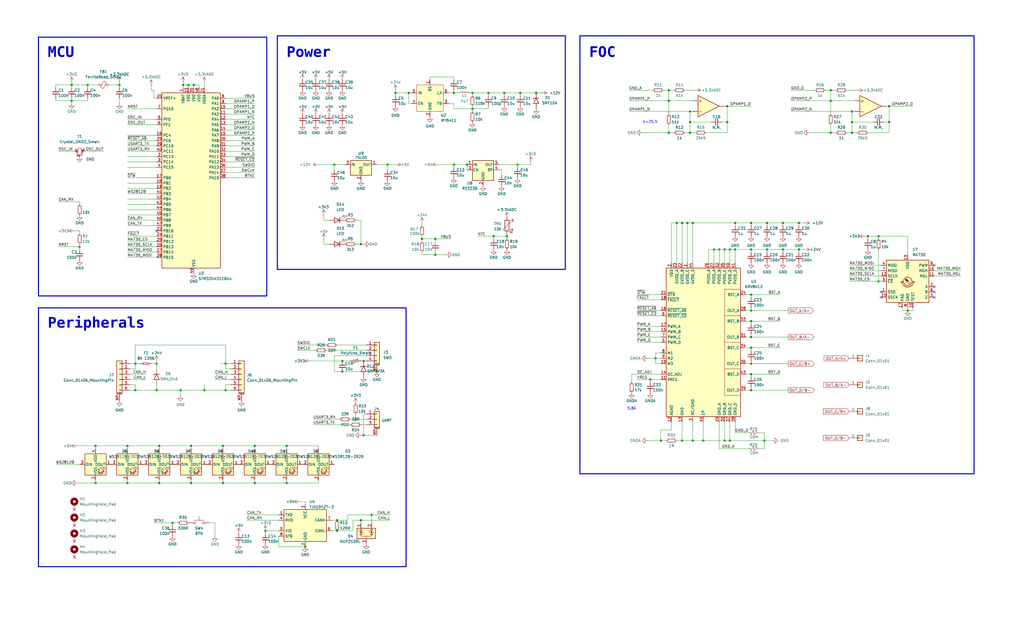
<source format=kicad_sch>
(kicad_sch (version 20231120) (generator "eeschema") (generator_version "8.0")
  (paper "User" 490 300)
  (junction (at 359.41 166.37))
  (junction (at 359.41 173.99))
  (junction (at 326.39 106.68))
  (junction (at 359.41 153.67))
  (junction (at 407.67 58.42))
  (junction (at 87.63 40.64))
  (junction (at 236.22 113.03))
  (junction (at 172.72 248.92))
  (junction (at 351.79 119.38))
  (junction (at 367.03 106.68))
  (junction (at 328.93 106.68))
  (junction (at 397.51 48.26))
  (junction (at 163.83 177.8))
  (junction (at 76.2 213.36))
  (junction (at 57.15 40.64))
  (junction (at 347.98 58.42))
  (junction (at 320.04 48.26))
  (junction (at 223.52 78.74))
  (junction (at 127 254))
  (junction (at 201.93 114.3))
  (junction (at 64.77 186.69))
  (junction (at 91.44 213.36))
  (junction (at 38.1 118.11))
  (junction (at 177.8 246.38))
  (junction (at 107.95 173.99))
  (junction (at 185.42 78.74))
  (junction (at 74.93 173.99))
  (junction (at 92.71 40.64))
  (junction (at 60.96 231.14))
  (junction (at 242.57 113.03))
  (junction (at 326.39 210.82))
  (junction (at 248.92 44.45))
  (junction (at 97.79 186.69))
  (junction (at 330.2 58.42))
  (junction (at 346.71 119.38))
  (junction (at 247.65 78.74))
  (junction (at 407.67 63.5))
  (junction (at 233.68 44.45))
  (junction (at 323.85 106.68))
  (junction (at 161.29 254))
  (junction (at 217.17 78.74))
  (junction (at 106.68 213.36))
  (junction (at 425.45 58.42))
  (junction (at 365.76 210.82))
  (junction (at 121.92 213.36))
  (junction (at 341.63 119.38))
  (junction (at 359.41 148.59))
  (junction (at 367.03 119.38))
  (junction (at 359.41 186.69))
  (junction (at 172.72 116.84))
  (junction (at 45.72 231.14))
  (junction (at 407.67 53.34))
  (junction (at 76.2 231.14))
  (junction (at 359.41 106.68))
  (junction (at 86.36 186.69))
  (junction (at 173.99 172.72))
  (junction (at 359.41 161.29))
  (junction (at 347.98 50.8))
  (junction (at 121.92 231.14))
  (junction (at 330.2 53.34))
  (junction (at 349.25 210.82))
  (junction (at 382.27 106.68))
  (junction (at 374.65 119.38))
  (junction (at 344.17 119.38))
  (junction (at 208.28 121.92))
  (junction (at 420.37 113.03))
  (junction (at 331.47 210.82))
  (junction (at 208.28 114.3))
  (junction (at 82.55 250.19))
  (junction (at 173.99 208.28))
  (junction (at 64.77 173.99))
  (junction (at 320.04 43.18))
  (junction (at 420.37 134.62))
  (junction (at 226.06 52.07))
  (junction (at 397.51 43.18))
  (junction (at 137.16 231.14))
  (junction (at 107.95 186.69))
  (junction (at 45.72 213.36))
  (junction (at 241.3 44.45))
  (junction (at 346.71 210.82))
  (junction (at 311.15 181.61))
  (junction (at 180.34 177.8))
  (junction (at 146.05 261.62))
  (junction (at 34.29 40.64))
  (junction (at 160.02 78.74))
  (junction (at 161.29 248.92))
  (junction (at 256.54 44.45))
  (junction (at 316.23 210.82))
  (junction (at 195.58 44.45))
  (junction (at 137.16 213.36))
  (junction (at 351.79 106.68))
  (junction (at 34.29 48.26))
  (junction (at 106.68 231.14))
  (junction (at 331.47 106.68))
  (junction (at 189.23 44.45))
  (junction (at 170.18 200.66))
  (junction (at 359.41 119.38))
  (junction (at 415.29 113.03))
  (junction (at 374.65 106.68))
  (junction (at 382.27 119.38))
  (junction (at 91.44 231.14))
  (junction (at 226.06 44.45))
  (junction (at 336.55 210.82))
  (junction (at 320.04 63.5))
  (junction (at 60.96 213.36))
  (junction (at 434.34 148.59))
  (junction (at 163.83 172.72))
  (junction (at 359.41 179.07))
  (junction (at 41.91 40.64))
  (junction (at 217.17 44.45))
  (junction (at 90.17 40.64))
  (junction (at 397.51 63.5))
  (junction (at 349.25 119.38))
  (junction (at 74.93 186.69))
  (junction (at 313.69 171.45))
  (junction (at 359.41 140.97))
  (junction (at 425.45 50.8))
  (junction (at 330.2 63.5))
  (no_connect (at 35.56 266.7))
  (no_connect (at 421.64 142.24))
  (no_connect (at 447.04 137.16))
  (no_connect (at 74.93 110.49))
  (no_connect (at 35.56 259.08))
  (no_connect (at 447.04 139.7))
  (no_connect (at 35.56 243.84))
  (no_connect (at 35.56 251.46))
  (no_connect (at 447.04 142.24))
  (no_connect (at 447.04 127))
  (no_connect (at 421.64 139.7))
  (wire (pts (xy 377.19 173.99) (xy 359.41 173.99)))
  (wire (pts (xy 107.95 80.01) (xy 121.92 80.01)))
  (wire (pts (xy 326.39 201.93) (xy 326.39 210.82)))
  (wire (pts (xy 351.79 119.38) (xy 359.41 119.38)))
  (wire (pts (xy 87.63 40.64) (xy 87.63 41.91)))
  (wire (pts (xy 346.71 119.38) (xy 349.25 119.38)))
  (wire (pts (xy 316.23 205.74) (xy 321.31 205.74)))
  (wire (pts (xy 90.17 40.64) (xy 90.17 41.91)))
  (wire (pts (xy 152.4 213.36) (xy 152.4 214.63)))
  (wire (pts (xy 41.91 40.64) (xy 46.99 40.64)))
  (wire (pts (xy 86.36 189.23) (xy 86.36 186.69)))
  (wire (pts (xy 154.94 102.87) (xy 154.94 105.41)))
  (wire (pts (xy 41.91 46.99) (xy 41.91 48.26)))
  (wire (pts (xy 45.72 231.14) (xy 60.96 231.14)))
  (wire (pts (xy 363.22 207.01) (xy 365.76 207.01)))
  (wire (pts (xy 405.13 63.5) (xy 407.67 63.5)))
  (wire (pts (xy 60.96 213.36) (xy 76.2 213.36)))
  (wire (pts (xy 60.96 123.19) (xy 74.93 123.19)))
  (wire (pts (xy 436.88 148.59) (xy 436.88 147.32)))
  (wire (pts (xy 226.06 53.34) (xy 226.06 52.07)))
  (wire (pts (xy 137.16 213.36) (xy 137.16 214.63)))
  (wire (pts (xy 320.04 43.18) (xy 320.04 48.26)))
  (wire (pts (xy 74.93 173.99) (xy 74.93 176.53)))
  (wire (pts (xy 331.47 201.93) (xy 331.47 210.82)))
  (wire (pts (xy 172.72 172.72) (xy 173.99 172.72)))
  (wire (pts (xy 223.52 78.74) (xy 223.52 81.28)))
  (wire (pts (xy 320.04 48.26) (xy 331.47 48.26)))
  (wire (pts (xy 34.29 39.37) (xy 34.29 40.64)))
  (wire (pts (xy 241.3 44.45) (xy 248.92 44.45)))
  (wire (pts (xy 374.65 106.68) (xy 367.03 106.68)))
  (wire (pts (xy 158.75 254) (xy 161.29 254)))
  (wire (pts (xy 60.96 77.47) (xy 74.93 77.47)))
  (wire (pts (xy 240.03 81.28) (xy 240.03 83.82)))
  (wire (pts (xy 304.8 181.61) (xy 311.15 181.61)))
  (wire (pts (xy 344.17 119.38) (xy 344.17 125.73)))
  (wire (pts (xy 313.69 168.91) (xy 313.69 171.45)))
  (wire (pts (xy 214.63 49.53) (xy 217.17 49.53)))
  (wire (pts (xy 92.71 40.64) (xy 92.71 41.91)))
  (wire (pts (xy 60.96 52.07) (xy 74.93 52.07)))
  (wire (pts (xy 256.54 44.45) (xy 259.08 44.45)))
  (wire (pts (xy 349.25 119.38) (xy 349.25 125.73)))
  (wire (pts (xy 217.17 44.45) (xy 219.71 44.45)))
  (wire (pts (xy 106.68 229.87) (xy 106.68 231.14)))
  (wire (pts (xy 420.37 119.38) (xy 420.37 134.62)))
  (wire (pts (xy 408.94 53.34) (xy 407.67 53.34)))
  (wire (pts (xy 373.38 179.07) (xy 359.41 179.07)))
  (wire (pts (xy 316.23 168.91) (xy 313.69 168.91)))
  (wire (pts (xy 434.34 148.59) (xy 436.88 148.59)))
  (wire (pts (xy 161.29 248.92) (xy 158.75 248.92)))
  (wire (pts (xy 309.88 210.82) (xy 316.23 210.82)))
  (wire (pts (xy 107.95 67.31) (xy 121.92 67.31)))
  (wire (pts (xy 359.41 153.67) (xy 356.87 153.67)))
  (wire (pts (xy 209.55 78.74) (xy 217.17 78.74)))
  (wire (pts (xy 425.45 58.42) (xy 425.45 63.5)))
  (wire (pts (xy 142.24 165.1) (xy 156.21 165.1)))
  (wire (pts (xy 347.98 58.42) (xy 347.98 63.5)))
  (wire (pts (xy 121.92 229.87) (xy 121.92 231.14)))
  (wire (pts (xy 82.55 250.19) (xy 85.09 250.19)))
  (wire (pts (xy 406.4 132.08) (xy 421.64 132.08)))
  (wire (pts (xy 359.41 185.42) (xy 359.41 186.69)))
  (wire (pts (xy 160.02 78.74) (xy 160.02 81.28)))
  (wire (pts (xy 365.76 210.82) (xy 369.57 210.82)))
  (wire (pts (xy 166.37 246.38) (xy 166.37 248.92)))
  (wire (pts (xy 384.81 106.68) (xy 382.27 106.68)))
  (wire (pts (xy 208.28 121.92) (xy 208.28 120.65)))
  (wire (pts (xy 304.8 158.75) (xy 316.23 158.75)))
  (wire (pts (xy 74.93 173.99) (xy 72.39 173.99)))
  (wire (pts (xy 327.66 63.5) (xy 330.2 63.5)))
  (wire (pts (xy 316.23 173.99) (xy 313.69 173.99)))
  (wire (pts (xy 397.51 48.26) (xy 397.51 54.61)))
  (wire (pts (xy 330.2 63.5) (xy 330.2 58.42)))
  (wire (pts (xy 415.29 63.5) (xy 425.45 63.5)))
  (wire (pts (xy 64.77 184.15) (xy 64.77 186.69)))
  (wire (pts (xy 201.93 106.68) (xy 201.93 107.95)))
  (wire (pts (xy 91.44 213.36) (xy 106.68 213.36)))
  (wire (pts (xy 378.46 48.26) (xy 397.51 48.26)))
  (wire (pts (xy 36.83 231.14) (xy 45.72 231.14)))
  (wire (pts (xy 170.18 105.41) (xy 172.72 105.41)))
  (wire (pts (xy 118.11 248.92) (xy 133.35 248.92)))
  (wire (pts (xy 307.34 63.5) (xy 320.04 63.5)))
  (wire (pts (xy 41.91 48.26) (xy 34.29 48.26)))
  (wire (pts (xy 323.85 210.82) (xy 326.39 210.82)))
  (wire (pts (xy 397.51 63.5) (xy 400.05 63.5)))
  (wire (pts (xy 359.41 166.37) (xy 359.41 167.64)))
  (wire (pts (xy 339.09 119.38) (xy 341.63 119.38)))
  (wire (pts (xy 74.93 186.69) (xy 86.36 186.69)))
  (wire (pts (xy 407.67 53.34) (xy 407.67 58.42)))
  (wire (pts (xy 60.96 213.36) (xy 60.96 214.63)))
  (wire (pts (xy 233.68 44.45) (xy 241.3 44.45)))
  (wire (pts (xy 321.31 106.68) (xy 323.85 106.68)))
  (wire (pts (xy 406.4 129.54) (xy 421.64 129.54)))
  (wire (pts (xy 154.94 116.84) (xy 157.48 116.84)))
  (wire (pts (xy 107.95 59.69) (xy 121.92 59.69)))
  (wire (pts (xy 316.23 210.82) (xy 318.77 210.82)))
  (wire (pts (xy 434.34 113.03) (xy 434.34 121.92)))
  (wire (pts (xy 351.79 119.38) (xy 351.79 125.73)))
  (wire (pts (xy 320.04 43.18) (xy 322.58 43.18)))
  (wire (pts (xy 300.99 43.18) (xy 312.42 43.18)))
  (wire (pts (xy 367.03 106.68) (xy 359.41 106.68)))
  (wire (pts (xy 76.2 213.36) (xy 91.44 213.36)))
  (wire (pts (xy 107.95 54.61) (xy 121.92 54.61)))
  (wire (pts (xy 226.06 52.07) (xy 233.68 52.07)))
  (wire (pts (xy 359.41 148.59) (xy 356.87 148.59)))
  (wire (pts (xy 107.95 77.47) (xy 121.92 77.47)))
  (wire (pts (xy 73.66 43.18) (xy 73.66 46.99)))
  (wire (pts (xy 326.39 210.82) (xy 331.47 210.82)))
  (wire (pts (xy 330.2 53.34) (xy 330.2 58.42)))
  (wire (pts (xy 387.35 63.5) (xy 397.51 63.5)))
  (wire (pts (xy 60.96 102.87) (xy 74.93 102.87)))
  (wire (pts (xy 331.47 53.34) (xy 330.2 53.34)))
  (wire (pts (xy 195.58 44.45) (xy 189.23 44.45)))
  (wire (pts (xy 208.28 121.92) (xy 213.36 121.92)))
  (wire (pts (xy 331.47 106.68) (xy 331.47 125.73)))
  (wire (pts (xy 170.18 198.12) (xy 170.18 200.66)))
  (wire (pts (xy 447.04 129.54) (xy 459.74 129.54)))
  (wire (pts (xy 62.23 176.53) (xy 64.77 176.53)))
  (wire (pts (xy 121.92 213.36) (xy 137.16 213.36)))
  (wire (pts (xy 434.34 148.59) (xy 434.34 147.32)))
  (wire (pts (xy 60.96 59.69) (xy 74.93 59.69)))
  (wire (pts (xy 304.8 151.13) (xy 316.23 151.13)))
  (wire (pts (xy 228.6 113.03) (xy 236.22 113.03)))
  (wire (pts (xy 311.15 181.61) (xy 311.15 182.88)))
  (wire (pts (xy 185.42 78.74) (xy 189.23 78.74)))
  (wire (pts (xy 254 77.47) (xy 254 78.74)))
  (wire (pts (xy 347.98 58.42) (xy 347.98 50.8)))
  (wire (pts (xy 226.06 45.72) (xy 226.06 44.45)))
  (wire (pts (xy 447.04 132.08) (xy 459.74 132.08)))
  (wire (pts (xy 92.71 40.64) (xy 95.25 40.64)))
  (wire (pts (xy 27.94 118.11) (xy 38.1 118.11)))
  (wire (pts (xy 60.96 231.14) (xy 76.2 231.14)))
  (wire (pts (xy 90.17 40.64) (xy 92.71 40.64)))
  (wire (pts (xy 344.17 119.38) (xy 346.71 119.38)))
  (wire (pts (xy 72.39 43.18) (xy 73.66 43.18)))
  (wire (pts (xy 367.03 119.38) (xy 374.65 119.38)))
  (wire (pts (xy 137.16 213.36) (xy 152.4 213.36)))
  (wire (pts (xy 217.17 49.53) (xy 217.17 52.07)))
  (wire (pts (xy 34.29 48.26) (xy 34.29 49.53)))
  (wire (pts (xy 73.66 250.19) (xy 82.55 250.19)))
  (wire (pts (xy 73.66 46.99) (xy 74.93 46.99)))
  (wire (pts (xy 397.51 43.18) (xy 397.51 48.26)))
  (wire (pts (xy 110.49 184.15) (xy 107.95 184.15)))
  (wire (pts (xy 359.41 106.68) (xy 359.41 107.95)))
  (wire (pts (xy 205.74 36.83) (xy 217.17 36.83)))
  (wire (pts (xy 142.24 167.64) (xy 151.13 167.64)))
  (wire (pts (xy 189.23 43.18) (xy 189.23 44.45)))
  (wire (pts (xy 341.63 119.38) (xy 341.63 125.73)))
  (wire (pts (xy 330.2 53.34) (xy 300.99 53.34)))
  (wire (pts (xy 60.96 229.87) (xy 60.96 231.14)))
  (wire (pts (xy 173.99 198.12) (xy 175.26 198.12)))
  (wire (pts (xy 377.19 186.69) (xy 359.41 186.69)))
  (wire (pts (xy 97.79 39.37) (xy 97.79 41.91)))
  (wire (pts (xy 82.55 250.19) (xy 82.55 251.46)))
  (wire (pts (xy 359.41 119.38) (xy 359.41 120.65)))
  (wire (pts (xy 313.69 171.45) (xy 316.23 171.45)))
  (wire (pts (xy 330.2 58.42) (xy 340.36 58.42)))
  (wire (pts (xy 328.93 106.68) (xy 326.39 106.68)))
  (wire (pts (xy 87.63 40.64) (xy 90.17 40.64)))
  (wire (pts (xy 422.91 58.42) (xy 425.45 58.42)))
  (wire (pts (xy 60.96 107.95) (xy 74.93 107.95)))
  (wire (pts (xy 62.23 184.15) (xy 64.77 184.15)))
  (wire (pts (xy 160.02 177.8) (xy 163.83 177.8)))
  (wire (pts (xy 331.47 106.68) (xy 328.93 106.68)))
  (wire (pts (xy 86.36 186.69) (xy 97.79 186.69)))
  (wire (pts (xy 373.38 140.97) (xy 359.41 140.97)))
  (wire (pts (xy 359.41 166.37) (xy 356.87 166.37)))
  (wire (pts (xy 74.93 172.72) (xy 74.93 173.99)))
  (wire (pts (xy 27.94 72.39) (xy 35.56 72.39)))
  (wire (pts (xy 313.69 173.99) (xy 313.69 171.45)))
  (wire (pts (xy 133.35 261.62) (xy 146.05 261.62)))
  (wire (pts (xy 420.37 134.62) (xy 421.64 134.62)))
  (wire (pts (xy 407.67 58.42) (xy 417.83 58.42)))
  (wire (pts (xy 76.2 231.14) (xy 91.44 231.14)))
  (wire (pts (xy 161.29 254) (xy 168.91 254)))
  (wire (pts (xy 394.97 43.18) (xy 397.51 43.18)))
  (wire (pts (xy 359.41 186.69) (xy 356.87 186.69)))
  (wire (pts (xy 382.27 119.38) (xy 382.27 120.65)))
  (wire (pts (xy 406.4 134.62) (xy 420.37 134.62)))
  (wire (pts (xy 189.23 44.45) (xy 189.23 45.72)))
  (wire (pts (xy 173.99 208.28) (xy 173.99 198.12)))
  (wire (pts (xy 351.79 106.68) (xy 351.79 107.95)))
  (wire (pts (xy 359.41 172.72) (xy 359.41 173.99)))
  (wire (pts (xy 118.11 246.38) (xy 133.35 246.38)))
  (wire (pts (xy 195.58 44.45) (xy 195.58 49.53)))
  (wire (pts (xy 107.95 62.23) (xy 121.92 62.23)))
  (wire (pts (xy 36.83 213.36) (xy 45.72 213.36)))
  (wire (pts (xy 106.68 213.36) (xy 106.68 214.63)))
  (wire (pts (xy 304.8 161.29) (xy 316.23 161.29)))
  (wire (pts (xy 351.79 207.01) (xy 358.14 207.01)))
  (wire (pts (xy 60.96 74.93) (xy 74.93 74.93)))
  (wire (pts (xy 67.31 173.99) (xy 64.77 173.99)))
  (wire (pts (xy 34.29 40.64) (xy 41.91 40.64)))
  (wire (pts (xy 107.95 176.53) (xy 107.95 173.99)))
  (wire (pts (xy 172.72 116.84) (xy 173.99 116.84)))
  (wire (pts (xy 107.95 74.93) (xy 121.92 74.93)))
  (wire (pts (xy 152.4 78.74) (xy 160.02 78.74)))
  (wire (pts (xy 172.72 248.92) (xy 172.72 250.19)))
  (wire (pts (xy 236.22 113.03) (xy 242.57 113.03)))
  (wire (pts (xy 425.45 58.42) (xy 425.45 50.8)))
  (wire (pts (xy 95.25 40.64) (xy 95.25 41.91)))
  (wire (pts (xy 60.96 69.85) (xy 74.93 69.85)))
  (wire (pts (xy 363.22 214.63) (xy 365.76 214.63)))
  (wire (pts (xy 359.41 140.97) (xy 359.41 142.24)))
  (wire (pts (xy 320.04 48.26) (xy 320.04 54.61)))
  (wire (pts (xy 41.91 40.64) (xy 41.91 41.91)))
  (wire (pts (xy 236.22 113.03) (xy 236.22 114.3)))
  (wire (pts (xy 304.8 163.83) (xy 316.23 163.83)))
  (wire (pts (xy 377.19 161.29) (xy 359.41 161.29)))
  (wire (pts (xy 170.18 200.66) (xy 175.26 200.66)))
  (wire (pts (xy 248.92 44.45) (xy 248.92 45.72)))
  (wire (pts (xy 146.05 240.03) (xy 146.05 241.3)))
  (wire (pts (xy 107.95 57.15) (xy 121.92 57.15)))
  (wire (pts (xy 241.3 44.45) (xy 241.3 45.72)))
  (wire (pts (xy 373.38 153.67) (xy 359.41 153.67)))
  (wire (pts (xy 100.33 250.19) (xy 102.87 250.19)))
  (wire (pts (xy 406.4 127) (xy 421.64 127)))
  (wire (pts (xy 107.95 186.69) (xy 110.49 186.69)))
  (wire (pts (xy 60.96 95.25) (xy 74.93 95.25)))
  (wire (pts (xy 149.86 200.66) (xy 162.56 200.66)))
  (wire (pts (xy 173.99 208.28) (xy 180.34 208.28)))
  (wire (pts (xy 38.1 116.84) (xy 38.1 118.11)))
  (wire (pts (xy 121.92 231.14) (xy 137.16 231.14)))
  (wire (pts (xy 233.68 45.72) (xy 233.68 44.45)))
  (wire (pts (xy 410.21 43.18) (xy 405.13 43.18)))
  (wire (pts (xy 205.74 38.1) (xy 205.74 36.83)))
  (wire (pts (xy 196.85 49.53) (xy 195.58 49.53)))
  (wire (pts (xy 110.49 176.53) (xy 107.95 176.53)))
  (wire (pts (xy 341.63 119.38) (xy 344.17 119.38)))
  (wire (pts (xy 242.57 111.76) (xy 242.57 113.03)))
  (wire (pts (xy 57.15 39.37) (xy 57.15 40.64)))
  (wire (pts (xy 60.96 118.11) (xy 74.93 118.11)))
  (wire (pts (xy 347.98 50.8) (xy 359.41 50.8)))
  (wire (pts (xy 110.49 179.07) (xy 102.87 179.07)))
  (wire (pts (xy 172.72 203.2) (xy 175.26 203.2)))
  (wire (pts (xy 242.57 113.03) (xy 242.57 114.3)))
  (wire (pts (xy 359.41 179.07) (xy 359.41 180.34)))
  (wire (pts (xy 133.35 256.54) (xy 133.35 261.62)))
  (wire (pts (xy 208.28 114.3) (xy 201.93 114.3)))
  (wire (pts (xy 420.37 113.03) (xy 434.34 113.03)))
  (wire (pts (xy 107.95 64.77) (xy 121.92 64.77)))
  (wire (pts (xy 217.17 36.83) (xy 217.17 38.1)))
  (wire (pts (xy 407.67 53.34) (xy 378.46 53.34)))
  (wire (pts (xy 38.1 96.52) (xy 38.1 97.79)))
  (wire (pts (xy 300.99 48.26) (xy 320.04 48.26)))
  (wire (pts (xy 172.72 105.41) (xy 172.72 116.84)))
  (wire (pts (xy 316.23 210.82) (xy 316.23 205.74)))
  (wire (pts (xy 224.79 44.45) (xy 226.06 44.45)))
  (wire (pts (xy 62.23 173.99) (xy 64.77 173.99)))
  (wire (pts (xy 359.41 179.07) (xy 356.87 179.07)))
  (wire (pts (xy 60.96 67.31) (xy 74.93 67.31)))
  (wire (pts (xy 107.95 165.1) (xy 107.95 173.99)))
  (wire (pts (xy 359.41 160.02) (xy 359.41 161.29)))
  (wire (pts (xy 107.95 69.85) (xy 121.92 69.85)))
  (wire (pts (xy 331.47 210.82) (xy 336.55 210.82)))
  (wire (pts (xy 377.19 148.59) (xy 359.41 148.59)))
  (wire (pts (xy 106.68 213.36) (xy 121.92 213.36)))
  (wire (pts (xy 359.41 140.97) (xy 356.87 140.97)))
  (wire (pts (xy 332.74 63.5) (xy 330.2 63.5)))
  (wire (pts (xy 74.93 184.15) (xy 74.93 186.69)))
  (wire (pts (xy 170.18 116.84) (xy 172.72 116.84)))
  (wire (pts (xy 217.17 52.07) (xy 226.06 52.07)))
  (wire (pts (xy 247.65 78.74) (xy 247.65 80.01)))
  (wire (pts (xy 106.68 231.14) (xy 121.92 231.14)))
  (wire (pts (xy 397.51 43.18) (xy 400.05 43.18)))
  (wire (pts (xy 110.49 181.61) (xy 102.87 181.61)))
  (wire (pts (xy 57.15 40.64) (xy 57.15 41.91)))
  (wire (pts (xy 173.99 172.72) (xy 175.26 172.72)))
  (wire (pts (xy 26.67 46.99) (xy 26.67 48.26)))
  (wire (pts (xy 320.04 63.5) (xy 322.58 63.5)))
  (wire (pts (xy 137.16 231.14) (xy 152.4 231.14)))
  (wire (pts (xy 148.59 172.72) (xy 163.83 172.72)))
  (wire (pts (xy 344.17 201.93) (xy 344.17 214.63)))
  (wire (pts (xy 107.95 82.55) (xy 121.92 82.55)))
  (wire (pts (xy 304.8 148.59) (xy 316.23 148.59)))
  (wire (pts (xy 309.88 171.45) (xy 313.69 171.45)))
  (wire (pts (xy 373.38 166.37) (xy 359.41 166.37)))
  (wire (pts (xy 72.39 40.64) (xy 72.39 43.18)))
  (wire (pts (xy 60.96 72.39) (xy 74.93 72.39)))
  (wire (pts (xy 378.46 43.18) (xy 389.89 43.18)))
  (wire (pts (xy 91.44 231.14) (xy 106.68 231.14)))
  (wire (pts (xy 45.72 213.36) (xy 60.96 213.36)))
  (wire (pts (xy 217.17 78.74) (xy 223.52 78.74)))
  (wire (pts (xy 238.76 78.74) (xy 247.65 78.74)))
  (wire (pts (xy 331.47 106.68) (xy 351.79 106.68)))
  (wire (pts (xy 248.92 44.45) (xy 256.54 44.45)))
  (wire (pts (xy 97.79 186.69) (xy 107.95 186.69)))
  (wire (pts (xy 326.39 106.68) (xy 326.39 125.73)))
  (wire (pts (xy 346.71 210.82) (xy 349.25 210.82)))
  (wire (pts (xy 346.71 50.8) (xy 347.98 50.8)))
  (wire (pts (xy 62.23 179.07) (xy 69.85 179.07)))
  (wire (pts (xy 137.16 229.87) (xy 137.16 231.14)))
  (wire (pts (xy 35.56 110.49) (xy 38.1 110.49)))
  (wire (pts (xy 64.77 165.1) (xy 107.95 165.1)))
  (wire (pts (xy 34.29 48.26) (xy 34.29 46.99)))
  (wire (pts (xy 382.27 119.38) (xy 384.81 119.38)))
  (wire (pts (xy 107.95 72.39) (xy 121.92 72.39)))
  (wire (pts (xy 60.96 97.79) (xy 74.93 97.79)))
  (wire (pts (xy 201.93 121.92) (xy 208.28 121.92)))
  (wire (pts (xy 217.17 43.18) (xy 217.17 44.45)))
  (wire (pts (xy 64.77 173.99) (xy 64.77 165.1)))
  (wire (pts (xy 345.44 58.42) (xy 347.98 58.42)))
  (wire (pts (xy 304.8 156.21) (xy 316.23 156.21)))
  (wire (pts (xy 60.96 90.17) (xy 74.93 90.17)))
  (wire (pts (xy 168.91 248.92) (xy 168.91 254)))
  (wire (pts (xy 304.8 143.51) (xy 316.23 143.51)))
  (wire (pts (xy 323.85 106.68) (xy 323.85 125.73)))
  (wire (pts (xy 127 254) (xy 133.35 254)))
  (wire (pts (xy 156.21 167.64) (xy 175.26 167.64)))
  (wire (pts (xy 351.79 201.93) (xy 351.79 207.01)))
  (wire (pts (xy 52.07 40.64) (xy 57.15 40.64)))
  (wire (pts (xy 214.63 44.45) (xy 217.17 44.45)))
  (wire (pts (xy 431.8 148.59) (xy 434.34 148.59)))
  (wire (pts (xy 344.17 214.63) (xy 358.14 214.63)))
  (wire (pts (xy 60.96 87.63) (xy 74.93 87.63)))
  (wire (pts (xy 359.41 153.67) (xy 359.41 154.94)))
  (wire (pts (xy 349.25 119.38) (xy 351.79 119.38)))
  (wire (pts (xy 160.02 170.18) (xy 175.26 170.18)))
  (wire (pts (xy 64.77 176.53) (xy 64.77 173.99)))
  (wire (pts (xy 107.95 46.99) (xy 121.92 46.99)))
  (wire (pts (xy 367.03 119.38) (xy 367.03 120.65)))
  (wire (pts (xy 97.79 184.15) (xy 97.79 186.69)))
  (wire (pts (xy 420.37 114.3) (xy 420.37 113.03)))
  (wire (pts (xy 365.76 214.63) (xy 365.76 210.82)))
  (wire (pts (xy 45.72 213.36) (xy 45.72 214.63)))
  (wire (pts (xy 201.93 121.92) (xy 201.93 120.65)))
  (wire (pts (xy 64.77 186.69) (xy 74.93 186.69)))
  (wire (pts (xy 382.27 106.68) (xy 374.65 106.68)))
  (wire (pts (xy 374.65 106.68) (xy 374.65 107.95)))
  (wire (pts (xy 40.64 72.39) (xy 49.53 72.39)))
  (wire (pts (xy 60.96 105.41) (xy 74.93 105.41)))
  (wire (pts (xy 336.55 201.93) (xy 336.55 210.82)))
  (wire (pts (xy 397.51 59.69) (xy 397.51 63.5)))
  (wire (pts (xy 60.96 85.09) (xy 74.93 85.09)))
  (wire (pts (xy 431.8 147.32) (xy 431.8 148.59)))
  (wire (pts (xy 374.65 119.38) (xy 382.27 119.38)))
  (wire (pts (xy 359.41 161.29) (xy 356.87 161.29)))
  (wire (pts (xy 177.8 246.38) (xy 177.8 250.19)))
  (wire (pts (xy 26.67 41.91) (xy 26.67 40.64)))
  (wire (pts (xy 127 254) (xy 127 255.27)))
  (wire (pts (xy 201.93 114.3) (xy 201.93 115.57)))
  (wire (pts (xy 163.83 172.72) (xy 167.64 172.72)))
  (wire (pts (xy 238.76 81.28) (xy 240.03 81.28)))
  (wire (pts (xy 359.41 119.38) (xy 367.03 119.38)))
  (wire (pts (xy 172.72 208.28) (xy 173.99 208.28)))
  (wire (pts (xy 38.1 110.49) (xy 38.1 111.76)))
  (wire (pts (xy 359.41 147.32) (xy 359.41 148.59)))
  (wire (pts (xy 60.96 120.65) (xy 74.93 120.65)))
  (wire (pts (xy 339.09 125.73) (xy 339.09 119.38)))
  (wire (pts (xy 410.21 63.5) (xy 407.67 63.5)))
  (wire (pts (xy 168.91 248.92) (xy 172.72 248.92)))
  (wire (pts (xy 311.15 181.61) (xy 316.23 181.61)))
  (wire (pts (xy 208.28 114.3) (xy 208.28 115.57)))
  (wire (pts (xy 62.23 186.69) (xy 64.77 186.69)))
  (wire (pts (xy 397.51 48.26) (xy 408.94 48.26)))
  (wire (pts (xy 57.15 46.99) (xy 57.15 49.53)))
  (wire (pts (xy 102.87 250.19) (xy 102.87 256.54)))
  (wire (pts (xy 359.41 173.99) (xy 356.87 173.99)))
  (wire (pts (xy 304.8 140.97) (xy 316.23 140.97)))
  (wire (pts (xy 143.51 240.03) (xy 146.05 240.03)))
  (wire (pts (xy 91.44 213.36) (xy 91.44 214.63)))
  (wire (pts (xy 163.83 177.8) (xy 180.34 177.8)))
  (wire (pts (xy 160.02 78.74) (xy 165.1 78.74)))
  (wire (pts (xy 359.41 106.68) (xy 351.79 106.68)))
  (wire (pts (xy 346.71 201.93) (xy 346.71 210.82)))
  (wire (pts (xy 326.39 106.68) (xy 323.85 106.68)))
  (wire (pts (xy 60.96 92.71) (xy 74.93 92.71)))
  (wire (pts (xy 34.29 40.64) (xy 34.29 41.91)))
  (wire (pts (xy 107.95 85.09) (xy 121.92 85.09)))
  (wire (pts (xy 160.02 170.18) (xy 160.02 177.8)))
  (wire (pts (xy 226.06 52.07) (xy 226.06 50.8)))
  (wire (pts (xy 91.44 231.14) (xy 91.44 229.87)))
  (wire (pts (xy 425.45 50.8) (xy 436.88 50.8)))
  (wire (pts (xy 172.72 248.92) (xy 186.69 248.92)))
  (wire (pts (xy 336.55 210.82) (xy 346.71 210.82)))
  (wire (pts (xy 415.29 113.03) (xy 420.37 113.03)))
  (wire (pts (xy 177.8 246.38) (xy 186.69 246.38)))
  (wire (pts (xy 60.96 64.77) (xy 74.93 64.77)))
  (wire (pts (xy 321.31 125.73) (xy 321.31 106.68)))
  (wire (pts (xy 215.9 114.3) (xy 208.28 114.3)))
  (wire (pts (xy 38.1 118.11) (xy 38.1 119.38)))
  (wire (pts (xy 60.96 57.15) (xy 74.93 57.15)))
  (wire (pts (xy 152.4 231.14) (xy 152.4 229.87)))
  (wire (pts (xy 60.96 100.33) (xy 74.93 100.33)))
  (wire (pts (xy 302.26 182.88) (xy 302.26 179.07)))
  (wire (pts (xy 107.95 173.99) (xy 110.49 173.99)))
  (wire (pts (xy 107.95 49.53) (xy 121.92 49.53)))
  (wire (pts (xy 26.67 40.64) (xy 34.29 40.64)))
  (wire (pts (xy 166.37 246.38) (xy 177.8 246.38)))
  (wire (pts (xy 349.25 210.82) (xy 365.76 210.82)))
  (wire (pts (xy 317.5 43.18) (xy 320.04 43.18)))
  (wire (pts (xy 201.93 113.03) (xy 201.93 114.3)))
  (wire (pts (xy 45.72 229.87) (xy 45.72 231.14)))
  (wire (pts (xy 226.06 44.45) (xy 233.68 44.45)))
  (wire (pts (xy 87.63 39.37) (xy 87.63 40.64)))
  (wire (pts (xy 346.71 119.38) (xy 346.71 125.73)))
  (wire (pts (xy 105.41 173.99) (xy 107.95 173.99)))
  (wire (pts (xy 374.65 119.38) (xy 374.65 120.65)))
  (wire (pts (xy 247.65 78.74) (xy 254 78.74)))
  (wire (pts (xy 149.86 203.2) (xy 167.64 203.2)))
  (wire (pts (xy 60.96 115.57) (xy 74.93 115.57)))
  (wire (pts (xy 27.94 96.52) (xy 38.1 96.52)))
  (wire (pts (xy 107.95 184.15) (xy 107.95 186.69)))
  (wire (pts (xy 320.04 59.69) (xy 320.04 63.5)))
  (wire (pts (xy 154.94 105.41) (xy 157.48 105.41)))
  (wire (pts (xy 332.74 43.18) (xy 327.66 43.18)))
  (wire (pts (xy 60.96 113.03) (xy 74.93 113.03)))
  (wire (pts (xy 367.03 106.68) (xy 367.03 107.95)))
  (wire (pts (xy 415.29 114.3) (xy 415.29 113.03)))
  (wire (pts (xy 196.85 44.45) (xy 195.58 44.45)))
  (wire (pts (xy 328.93 106.68) (xy 328.93 125.73)))
  (wire (pts (xy 382.27 106.68) (xy 382.27 107.95)))
  (wire (pts (xy 121.92 213.36) (xy 121.92 214.63)))
  (wire (pts (xy 407.67 63.5) (xy 407.67 58.42)))
  (wire (pts (xy 337.82 63.5) (xy 347.98 63.5)))
  (wire (pts (xy 76.2 213.36) (xy 76.2 214.63)))
  (wire (pts (xy 107.95 52.07) (xy 121.92 52.07)))
  (wire (pts (xy 217.17 80.01) (xy 217.17 78.74)))
  (wire (pts (xy 166.37 248.92) (xy 161.29 248.92)))
  (wire (pts (xy 161.29 165.1) (xy 175.26 165.1)))
  (wire (pts (xy 154.94 114.3) (xy 154.94 116.84)))
  (wire (pts (xy 26.67 48.26) (xy 34.29 48.26)))
  (wire (pts (xy 349.25 201.93) (xy 349.25 210.82)))
  (wire (pts (xy 62.23 181.61) (xy 69.85 181.61)))
  (wire (pts (xy 302.26 179.07) (xy 316.23 179.07)))
  (wire (pts (xy 424.18 50.8) (xy 425.45 50.8)))
  (wire (pts (xy 233.68 52.07) (xy 233.68 50.8)))
  (wire (pts (xy 365.76 207.01) (xy 365.76 210.82)))
  (wire (pts (xy 180.34 78.74) (xy 185.42 78.74)))
  (wire (pts (xy 167.64 200.66) (xy 170.18 200.66)))
  (wire (pts (xy 185.42 78.74) (xy 185.42 81.28)))
  (wire (pts (xy 60.96 80.01) (xy 74.93 80.01)))
  (wire (pts (xy 26.67 222.25) (xy 38.1 222.25)))
  (wire (pts (xy 76.2 229.87) (xy 76.2 231.14)))
  (wire (pts (xy 414.02 113.03) (xy 415.29 113.03)))
  (wire (pts (xy 321.31 205.74) (xy 321.31 201.93)))
  (rectangle (start 18.415 147.32) (end 194.31 271.145) (stroke (width 0.5)))
  (rectangle (start 132.715 17.145) (end 270.51 128.905) (stroke (width 0.5)))
  (rectangle (start 277.495 17.145) (end 466.09 226.695) (stroke (width 0.5)))
  (rectangle (start 18.415 17.78) (end 127.635 141.605) (stroke (width 0.5)))
  (text "5.8A" (at 302.26 195.58 0) (effects (font (size 1.27 1.27))))
  (text "Peripherals" (at 22.86 156.21 0) (effects (font (size 5 5) (thickness 0.6) (bold yes)) (justify left)))
  (text "FOC" (at 281.94 26.67 0) (effects (font (size 5 5) (thickness 0.6) (bold yes)) (justify left)))
  (text "MCU" (at 22.86 26.67 0) (effects (font (size 5 5) (thickness 0.6) (bold yes)) (justify left)))
  (text "Power" (at 137.16 26.67 0) (effects (font (size 5 5) (thickness 0.6) (bold yes)) (justify left)))
  (text "k=25.5" (at 311.15 58.42 0) (effects (font (size 1.27 1.27))))
  (label "CAN_L" (at 102.87 181.61 0))
  (label "OPAMP1_P" (at 300.99 48.26 0))
  (label "BTN1" (at 73.66 250.19 0))
  (label "OPAMP2_P" (at 378.46 48.26 0))
  (label "MA730_MOSI" (at 60.96 123.19 0))
  (label "~{OTW}" (at 304.8 140.97 0))
  (label "USART3_RX" (at 149.86 200.66 0))
  (label "OSC_OUT" (at 49.53 72.39 180))
  (label "MA730_MISO" (at 60.96 120.65 0))
  (label "OPAMP2_N" (at 121.92 59.69 180))
  (label "~{RESET_AB}" (at 304.8 148.59 0))
  (label "OPAMP1_P" (at 121.92 49.53 180))
  (label "WS2812B" (at 60.96 92.71 0))
  (label "PWM_B" (at 121.92 69.85 180))
  (label "BST_C" (at 373.38 166.37 180))
  (label "MA730_MGH" (at 459.74 129.54 180))
  (label "CAN_H" (at 186.69 246.38 180))
  (label "NRST" (at 60.96 52.07 0))
  (label "OPAMP1_O" (at 359.41 50.8 180))
  (label "VBUS" (at 215.9 114.3 180))
  (label "GND_A" (at 300.99 43.18 0))
  (label "CAN_RX" (at 118.11 248.92 0))
  (label "PWM_B" (at 304.8 158.75 0))
  (label "~{FAULT}" (at 304.8 143.51 0))
  (label "PWM_D" (at 121.92 74.93 180))
  (label "USART3_RX" (at 60.96 72.39 0))
  (label "CAN_TX" (at 60.96 107.95 0))
  (label "BTN1" (at 121.92 85.09 180))
  (label "PWM_A" (at 304.8 156.21 0))
  (label "~{RESET_AB}" (at 60.96 67.31 0))
  (label "MA730_CS" (at 60.96 115.57 0))
  (label "MA730_MGL" (at 459.74 132.08 180))
  (label "GND_D" (at 378.46 43.18 0))
  (label "CAN_H" (at 102.87 179.07 0))
  (label "~{FAULT}" (at 60.96 113.03 0))
  (label "~{RESET_CD}" (at 121.92 77.47 180))
  (label "BST_D" (at 373.38 179.07 180))
  (label "MA730_CS" (at 406.4 134.62 0))
  (label "OPAMP1_O" (at 121.92 52.07 180))
  (label "OPAMP2_O" (at 436.88 50.8 180))
  (label "VBUS" (at 121.92 46.99 180))
  (label "SWDIO" (at 121.92 80.01 180))
  (label "BST_B" (at 373.38 153.67 180))
  (label "CAN_L" (at 186.69 248.92 180))
  (label "OSC_IN" (at 27.94 72.39 0))
  (label "WS2812B" (at 26.67 222.25 0))
  (label "PWM_C" (at 121.92 72.39 180))
  (label "OPAMP2_P" (at 121.92 64.77 180))
  (label "SWCLK" (at 142.24 167.64 0))
  (label "OPAMP2_O" (at 121.92 62.23 180))
  (label "OSC_IN" (at 60.96 57.15 0))
  (label "NTC" (at 228.6 113.03 0))
  (label "VREG" (at 304.8 181.61 0))
  (label "SWDIO" (at 142.24 165.1 0))
  (label "OPAMP2_N" (at 378.46 53.34 0))
  (label "USART3_TX" (at 149.86 203.2 0))
  (label "NTC" (at 121.92 57.15 180))
  (label "CAN_RX" (at 27.94 96.52 0))
  (label "PWM_A" (at 121.92 67.31 180))
  (label "GND_D" (at 351.79 207.01 0))
  (label "CAN_RX" (at 60.96 105.41 0))
  (label "MA730_MOSI" (at 406.4 127 0))
  (label "MA730_SCLK" (at 60.96 118.11 0))
  (label "PWM_D" (at 304.8 163.83 0))
  (label "MA730_SCLK" (at 406.4 132.08 0))
  (label "~{RESET_CD}" (at 304.8 151.13 0))
  (label "OPAMP1_N" (at 300.99 53.34 0))
  (label "CAN_L" (at 69.85 181.61 180))
  (label "MA730_MISO" (at 406.4 129.54 0))
  (label "OSC_OUT" (at 60.96 59.69 0))
  (label "PWM_C" (at 304.8 161.29 0))
  (label "SWCLK" (at 121.92 82.55 180))
  (label "BST_A" (at 373.38 140.97 180))
  (label "OC_ADJ" (at 304.8 179.07 0))
  (label "CAN_H" (at 69.85 179.07 180))
  (label "CAN_TX" (at 118.11 246.38 0))
  (label "USART3_TX" (at 60.96 69.85 0))
  (label "GND_A" (at 345.44 214.63 0))
  (label "OPAMP1_N" (at 121.92 54.61 180))
  (label "~{OTW}" (at 60.96 85.09 0))
  (label "NRST" (at 27.94 118.11 0))
  (global_label "OUT_A{slash}A+" (shape input) (at 406.4 171.45 180) (property "Intersheetrefs" "${INTERSHEET_REFS}" (effects (hide yes))))
  (global_label "OUT_D{slash}B-" (shape output) (at 377.19 186.69 0) (property "Intersheetrefs" "${INTERSHEET_REFS}" (effects (hide yes))))
  (global_label "OUT_B{slash}A-" (shape output) (at 377.19 161.29 0) (property "Intersheetrefs" "${INTERSHEET_REFS}" (effects (hide yes))))
  (global_label "OUT_D{slash}B-" (shape input) (at 406.4 209.55 180) (property "Intersheetrefs" "${INTERSHEET_REFS}" (effects (hide yes))))
  (global_label "OUT_C{slash}B+" (shape input) (at 406.4 196.85 180) (property "Intersheetrefs" "${INTERSHEET_REFS}" (effects (hide yes))))
  (global_label "OUT_A{slash}A+" (shape output) (at 377.19 148.59 0) (property "Intersheetrefs" "${INTERSHEET_REFS}" (effects (hide yes))))
  (global_label "OUT_C{slash}B+" (shape output) (at 377.19 173.99 0) (property "Intersheetrefs" "${INTERSHEET_REFS}" (effects (hide yes))))
  (global_label "OUT_B{slash}A-" (shape input) (at 406.4 184.15 180) (property "Intersheetrefs" "${INTERSHEET_REFS}" (effects (hide yes))))
  (symbol (lib_id "Device:R_Small") (at 87.63 250.19 90) (mirror x) (unit 1)
    (property "Reference" "R35" (at 87.63 247.65 90))
    (property "Value" "330R" (at 87.63 252.73 90))
    (property "Footprint" "Resistor_SMD:R_0603_1608Metric" (effects (hide yes)))
  )
  (symbol (lib_id "Device:R_Small") (at 38.1 100.33 0) (unit 1)
    (property "Reference" "R1" (effects (hide yes)))
    (property "Value" "10k" (at 39.37 101.6 0) (effects (justify left)))
    (property "Footprint" "Resistor_SMD:R_0603_1608Metric" (effects (hide yes)))
  )
  (symbol (lib_id "Device:C_Small") (at 241.3 48.26 0) (unit 1)
    (property "Reference" "C10" (at 242.57 46.99 0) (effects (justify left)))
    (property "Value" "10u" (at 242.57 49.53 0) (effects (justify left)))
    (property "Footprint" "Capacitor_SMD:C_1206_3216Metric" (effects (hide yes)))
  )
  (symbol (lib_id "Device:C_Small") (at 41.91 44.45 0) (unit 1)
    (property "Reference" "C4" (at 43.18 43.18 0) (effects (justify left)))
    (property "Value" "100n" (at 43.18 45.72 0) (effects (justify left)))
    (property "Footprint" "Capacitor_SMD:C_0603_1608Metric" (effects (hide yes)))
  )
  (symbol (lib_id "Power_Protection:NUP2105L") (at 175.26 255.27 0) (unit 1)
    (property "Reference" "D4" (at 166.37 256.54 0) (effects (justify left)))
    (property "Value" "NUP2105L" (at 162.56 259.08 0) (effects (justify left)))
    (property "Footprint" "Package_TO_SOT_SMD:SOT-23" (effects (hide yes)))
    (property "Datasheet" "http://www.onsemi.com/pub_link/Collateral/NUP2105L-D.PDF" (effects (hide yes)))
  )
  (symbol (lib_id "Connector_Generic_MountingPin:Conn_01x03_MountingPin") (at 180.34 200.66 0) (unit 1)
    (property "Reference" "J4" (at 179.07 195.58 0) (effects (justify left)))
    (property "Value" "UART" (at 182.626 201.168 0) (effects (justify left)))
    (property "Footprint" "Connector_JST:JST_GH_SM03B-GHS-TB_1x03-1MP_P1.25mm_Horizontal" (effects (hide yes)))
  )
  (symbol (lib_id "Mechanical:MountingHole_Pad") (at 35.56 264.16 0) (unit 1) (exclude_from_sim yes) (in_bom no)
    (property "Reference" "H4" (at 38.1 261.6199 0) (effects (justify left)))
    (property "Value" "MountingHole_Pad" (at 38.1 264.1599 0) (effects (justify left)))
    (property "Footprint" "MountingHole:MountingHole_3.2mm_M3_DIN965_Pad" (effects (hide yes)))
    (property "Description" "Mounting Hole with connection" (effects (hide yes)))
  )
  (symbol (lib_id "Connector_Generic_MountingPin:Conn_01x04_MountingPin") (at 180.34 167.64 0) (unit 1)
    (property "Reference" "J3" (at 183.388 168.6306 0) (effects (justify left)))
    (property "Value" "SWD" (at 183.388 171.1706 0) (effects (justify left)))
    (property "Footprint" "Connector_Molex:Molex_PicoBlade_53047-0410_1x04_P1.25mm_Vertical" (effects (hide yes)))
    (property "Datasheet" "[问号]" (effects (hide yes)))
  )
  (symbol (lib_id "power:+3V3") (at 254 77.47 0) (unit 1)
    (property "Reference" "#PWR073" (effects (hide yes)))
    (property "Value" "+3V3" (at 251.206 73.66 0) (effects (justify left)))
  )
  (symbol (lib_id "Device:R_Small") (at 226.06 55.88 0) (unit 1)
    (property "Reference" "R7" (at 227.33 54.61 0) (effects (justify left)))
    (property "Value" "10k" (at 227.33 57.15 0) (effects (justify left)))
    (property "Footprint" "Resistor_SMD:R_0603_1608Metric" (effects (hide yes)))
  )
  (symbol (lib_id "power:+5V") (at 144.78 38.1 0) (unit 1)
    (property "Reference" "#PWR078" (effects (hide yes)))
    (property "Value" "+5V" (at 142.748 34.544 0) (effects (justify left)))
  )
  (symbol (lib_id "power:+5V") (at 36.83 213.36 90) (unit 1)
    (property "Reference" "#PWR076" (effects (hide yes)))
    (property "Value" "+5V" (at 34.29 213.36 90) (effects (justify left)))
  )
  (symbol (lib_name "Simulation_SPICE:OPAMP") (lib_id "Simulation_SPICE:OPAMP") (at 339.09 50.8 0) (unit 1) (exclude_from_sim yes) (in_bom no) (on_board no)
    (property "Reference" "U5" (effects (hide yes)))
    (property "Value" "${SIM.PARAMS}" (effects (hide yes)))
    (property "Sim.Pins" "1=1 2=2 3=3 4=4 5=5" (effects (hide yes)))
    (property "Sim.Device" "SPICE" (effects (hide yes)))
    (property "Sim.Params" "type=\"X\" model=\"OPAMP\" lib=\"\"" (effects (hide yes)))
  )
  (symbol (lib_id "power:GND") (at 241.3 50.8 0) (unit 1)
    (property "Reference" "#PWR020" (effects (hide yes)))
    (property "Value" "GND" (at 241.3 54.61 0))
  )
  (symbol (lib_id "power:GND") (at 175.26 260.35 0) (unit 1)
    (property "Reference" "#PWR031" (effects (hide yes)))
    (property "Value" "GND" (at 175.26 264.16 0))
  )
  (symbol (lib_id "power:GND") (at 157.48 43.18 0) (mirror y) (unit 1)
    (property "Reference" "#PWR081" (effects (hide yes)))
    (property "Value" "GND" (at 157.48 46.99 0))
  )
  (symbol (lib_id "power:GND") (at 359.41 113.03 0) (unit 1)
    (property "Reference" "#PWR050" (effects (hide yes)))
    (property "Value" "GND" (at 359.41 117.475 0))
  )
  (symbol (lib_id "Device:Polyfuse_Small") (at 170.18 172.72 90) (unit 1)
    (property "Reference" "F1" (at 170.18 166.37 90))
    (property "Value" "Polyfuse_Small" (at 170.18 168.91 90))
    (property "Footprint" "Fuse:Fuse_1206_3216Metric" (effects (hide yes)))
  )
  (symbol (lib_id "Device:R_Small") (at 402.59 63.5 90) (unit 1)
    (property "Reference" "R29" (at 402.59 60.96 90))
    (property "Value" "1k" (at 402.59 66.04 90))
    (property "Footprint" "Resistor_SMD:R_0603_1608Metric" (effects (hide yes)))
  )
  (symbol (lib_id "Device:C_Small") (at 374.65 123.19 0) (unit 1)
    (property "Reference" "C21" (at 375.92 121.92 0) (effects (justify left)))
    (property "Value" "100n" (at 375.92 124.46 0) (effects (justify left)))
    (property "Footprint" "Capacitor_SMD:C_0603_1608Metric" (effects (hide yes)))
  )
  (symbol (lib_id "power:GND") (at 127 260.35 0) (unit 1)
    (property "Reference" "#PWR028" (effects (hide yes)))
    (property "Value" "GND" (at 127 264.16 0))
  )
  (symbol (lib_id "Device:R_Small") (at 38.1 114.3 0) (unit 1)
    (property "Reference" "R2" (at 39.37 113.03 0) (effects (justify left)))
    (property "Value" "10k" (at 39.37 115.57 0) (effects (justify left)))
    (property "Footprint" "Resistor_SMD:R_0603_1608Metric" (effects (hide yes)))
  )
  (symbol (lib_id "power:+3.3VADC") (at 57.15 39.37 0) (unit 1)
    (property "Reference" "#PWR010" (effects (hide yes)))
    (property "Value" "+3.3VADC" (at 57.15 35.56 0))
    (property "Description" "Power symbol creates a global label with name \"+3.3VADC\"" (effects (hide yes)))
  )
  (symbol (lib_id "power:GND") (at 387.35 63.5 270) (unit 1)
    (property "Reference" "#PWR055" (effects (hide yes)))
    (property "Value" "GND" (at 382.27 63.5 90))
  )
  (symbol (lib_id "Device:R_Small") (at 335.28 63.5 90) (unit 1)
    (property "Reference" "R16" (at 335.28 60.96 90))
    (property "Value" "25k5" (at 335.28 66.04 90))
    (property "Footprint" "Resistor_SMD:R_0603_1608Metric" (effects (hide yes)))
  )
  (symbol (lib_id "Device:C_Small") (at 57.15 44.45 0) (unit 1)
    (property "Reference" "C6" (at 58.42 43.18 0) (effects (justify left)))
    (property "Value" "100n" (at 58.42 45.72 0) (effects (justify left)))
    (property "Footprint" "Capacitor_SMD:C_0603_1608Metric" (effects (hide yes)))
  )
  (symbol (lib_id "power:+3V3") (at 414.02 113.03 90) (unit 1)
    (property "Reference" "#PWR016" (effects (hide yes)))
    (property "Value" "+3V3" (at 411.48 113.03 90) (effects (justify left)))
  )
  (symbol (lib_id "Connector_Generic:Conn_01x01") (at 411.48 209.55 0) (unit 1)
    (property "Reference" "J9" (at 414.02 208.2799 0) (effects (justify left)))
    (property "Value" "Conn_01x01" (at 414.02 210.8199 0) (effects (justify left)))
    (property "Footprint" "TestPoint:TestPoint_Pad_3.0x3.0mm" (effects (hide yes)))
    (property "Description" "Generic connector, single row, 01x01, script generated (kicad-library-utils/schlib/autogen/connector/)" (effects (hide yes)))
  )
  (symbol (lib_id "power:+5V") (at 154.94 114.3 0) (unit 1)
    (property "Reference" "#PWR066" (effects (hide yes)))
    (property "Value" "+5V" (at 152.908 110.744 0) (effects (justify left)))
  )
  (symbol (lib_id "power:+24V") (at 384.81 119.38 270) (unit 1)
    (property "Reference" "#PWR048" (effects (hide yes)))
    (property "Value" "+24V" (at 390.144 119.38 90))
  )
  (symbol (lib_id "power:+5V") (at 189.23 78.74 270) (unit 1)
    (property "Reference" "#PWR096" (effects (hide yes)))
    (property "Value" "+5V" (at 191.77 78.74 90) (effects (justify left)))
  )
  (symbol (lib_id "LED:WS2812B-2020") (at 106.68 222.25 0) (unit 1)
    (property "Reference" "D10" (at 120.65 215.9314 0))
    (property "Value" "WS2812B-2020" (at 120.65 218.4714 0))
    (property "Footprint" "LED_SMD:LED_WS2812B-2020_PLCC4_2.0x2.0mm" (effects (hide yes)))
    (property "Datasheet" "https://cdn-shop.adafruit.com/product-files/4684/4684_WS2812B-2020_V1.3_EN.pdf" (effects (hide yes)))
    (property "Description" "RGB LED with integrated controller, 2.0 x 2.0 mm, 12 mA" (effects (hide yes)))
  )
  (symbol (lib_id "power:+5V") (at 157.48 38.1 0) (unit 1)
    (property "Reference" "#PWR035" (effects (hide yes)))
    (property "Value" "+5V" (at 155.448 34.544 0) (effects (justify left)))
  )
  (symbol (lib_id "Device:R_Small") (at 392.43 43.18 90) (unit 1)
    (property "Reference" "R26" (at 392.43 40.64 90))
    (property "Value" "1k" (at 392.43 45.72 90))
    (property "Footprint" "Resistor_SMD:R_0603_1608Metric" (effects (hide yes)))
  )
  (symbol (lib_id "power:GND") (at 57.15 49.53 0) (unit 1)
    (property "Reference" "#PWR011" (effects (hide yes)))
    (property "Value" "GND" (at 57.15 53.34 0))
  )
  (symbol (lib_id "LED:WS2812B-2020") (at 137.16 222.25 0) (unit 1)
    (property "Reference" "D2" (at 151.13 215.9314 0))
    (property "Value" "WS2812B-2020" (at 151.13 218.4714 0))
    (property "Footprint" "LED_SMD:LED_WS2812B-2020_PLCC4_2.0x2.0mm" (effects (hide yes)))
    (property "Datasheet" "https://cdn-shop.adafruit.com/product-files/4684/4684_WS2812B-2020_V1.3_EN.pdf" (effects (hide yes)))
    (property "Description" "RGB LED with integrated controller, 2.0 x 2.0 mm, 12 mA" (effects (hide yes)))
  )
  (symbol (lib_id "power:GND") (at 172.72 86.36 0) (unit 1)
    (property "Reference" "#PWR021" (effects (hide yes)))
    (property "Value" "GND" (at 172.72 90.17 0))
  )
  (symbol (lib_id "power:GND") (at 213.36 121.92 90) (mirror x) (unit 1)
    (property "Reference" "#PWR037" (effects (hide yes)))
    (property "Value" "GND" (at 218.186 121.92 90))
  )
  (symbol (lib_id "0_RM2023:SY8301") (at 205.74 46.99 0) (unit 1)
    (property "Reference" "U2" (at 210.82 55.118 0) (effects (justify left)))
    (property "Value" "RY8411" (at 211.074 57.658 0) (effects (justify left)))
    (property "Footprint" "Package_TO_SOT_SMD:SOT-23-6" (effects (hide yes)))
  )
  (symbol (lib_id "Device:R_Small") (at 420.37 116.84 180) (unit 1)
    (property "Reference" "R4" (at 421.64 115.57 0) (effects (justify right)))
    (property "Value" "10k" (at 421.64 118.11 0) (effects (justify right)))
    (property "Footprint" "Resistor_SMD:R_0603_1608Metric" (effects (hide yes)))
  )
  (symbol (lib_id "power:GND") (at 236.22 119.38 0) (unit 1)
    (property "Reference" "#PWR038" (effects (hide yes)))
    (property "Value" "GND" (at 236.22 123.19 0))
  )
  (symbol (lib_id "LED:WS2812B-2020") (at 152.4 222.25 0) (unit 1)
    (property "Reference" "D3" (at 166.37 215.9314 0))
    (property "Value" "WS2812B-2020" (at 166.37 218.4714 0))
    (property "Footprint" "LED_SMD:LED_WS2812B-2020_PLCC4_2.0x2.0mm" (effects (hide yes)))
    (property "Datasheet" "https://cdn-shop.adafruit.com/product-files/4684/4684_WS2812B-2020_V1.3_EN.pdf" (effects (hide yes)))
    (property "Description" "RGB LED with integrated controller, 2.0 x 2.0 mm, 12 mA" (effects (hide yes)))
  )
  (symbol (lib_id "Device:R_Small") (at 201.93 118.11 0) (mirror x) (unit 1)
    (property "Reference" "R18" (at 200.66 116.84 0) (effects (justify right)))
    (property "Value" "10k" (at 200.66 119.38 0) (effects (justify right)))
    (property "Footprint" "Resistor_SMD:R_0603_1608Metric" (effects (hide yes)))
  )
  (symbol (lib_id "power:+5V") (at 114.3 255.27 0) (unit 1)
    (property "Reference" "#PWR025" (effects (hide yes)))
    (property "Value" "+5V" (at 114.3 251.46 0))
  )
  (symbol (lib_id "Device:C_Small") (at 382.27 110.49 0) (unit 1)
    (property "Reference" "C30" (at 383.54 109.22 0) (effects (justify left)))
    (property "Value" "1u" (at 383.54 111.76 0) (effects (justify left)))
    (property "Footprint" "Capacitor_SMD:C_0603_1608Metric" (effects (hide yes)))
  )
  (symbol (lib_id "Connector_Generic:Conn_01x01") (at 411.48 196.85 0) (unit 1)
    (property "Reference" "J8" (at 414.02 195.5799 0) (effects (justify left)))
    (property "Value" "Conn_01x01" (at 414.02 198.1199 0) (effects (justify left)))
    (property "Footprint" "TestPoint:TestPoint_Pad_3.0x3.0mm" (effects (hide yes)))
    (property "Description" "Generic connector, single row, 01x01, script generated (kicad-library-utils/schlib/autogen/connector/)" (effects (hide yes)))
  )
  (symbol (lib_id "Device:R_Small") (at 165.1 200.66 90) (mirror x) (unit 1)
    (property "Reference" "R22" (at 165.1 203.2 90))
    (property "Value" "33R" (at 165.1 198.12 90))
    (property "Footprint" "Resistor_SMD:R_0603_1608Metric" (effects (hide yes)))
  )
  (symbol (lib_id "Device:C_Small") (at 208.28 118.11 0) (mirror y) (unit 1)
    (property "Reference" "C17" (at 207.01 116.84 0) (effects (justify left)))
    (property "Value" "10n" (at 207.01 119.38 0) (effects (justify left)))
    (property "Footprint" "Capacitor_SMD:C_0603_1608Metric" (effects (hide yes)))
  )
  (symbol (lib_id "Diode:SMAJ28A") (at 173.99 176.53 90) (mirror x) (unit 1)
    (property "Reference" "D12" (at 179.324 175.26 90) (effects (justify left)))
    (property "Value" "SMF3V3A" (at 184.15 177.546 90) (effects (justify left)))
    (property "Footprint" "Diode_SMD:D_SMF" (effects (hide yes)))
    (property "Datasheet" "https://www.littelfuse.com/media?resourcetype=datasheets&itemid=75e32973-b177-4ee3-a0ff-cedaf1abdb93&filename=smaj-datasheet" (effects (hide yes)))
  )
  (symbol (lib_id "Device:R_Small") (at 153.67 167.64 90) (unit 1)
    (property "Reference" "R20" (at 153.67 165.1 90))
    (property "Value" "33R" (at 153.67 170.18 90))
    (property "Footprint" "Resistor_SMD:R_0603_1608Metric" (effects (hide yes)))
  )
  (symbol (lib_id "LED:WS2812B-2020") (at 45.72 222.25 0) (unit 1)
    (property "Reference" "D5" (at 59.69 215.9314 0))
    (property "Value" "WS2812B-2020" (at 59.69 218.4714 0))
    (property "Footprint" "LED_SMD:LED_WS2812B-2020_PLCC4_2.0x2.0mm" (effects (hide yes)))
    (property "Datasheet" "https://cdn-shop.adafruit.com/product-files/4684/4684_WS2812B-2020_V1.3_EN.pdf" (effects (hide yes)))
    (property "Description" "RGB LED with integrated controller, 2.0 x 2.0 mm, 12 mA" (effects (hide yes)))
  )
  (symbol (lib_id "power:GND") (at 146.05 261.62 0) (unit 1)
    (property "Reference" "#PWR030" (effects (hide yes)))
    (property "Value" "GND" (at 146.05 265.43 0))
  )
  (symbol (lib_id "Device:C_Small") (at 359.41 157.48 0) (unit 1)
    (property "Reference" "C24" (at 360.68 156.21 0) (effects (justify left)))
    (property "Value" "100n" (at 360.68 158.75 0) (effects (justify left)))
    (property "Footprint" "Capacitor_SMD:C_0603_1608Metric" (effects (hide yes)))
  )
  (symbol (lib_id "Connector_Generic:Conn_01x01") (at 411.48 184.15 0) (unit 1)
    (property "Reference" "J5" (at 414.02 182.8799 0) (effects (justify left)))
    (property "Value" "Conn_01x01" (at 414.02 185.4199 0) (effects (justify left)))
    (property "Footprint" "TestPoint:TestPoint_Pad_3.0x3.0mm" (effects (hide yes)))
    (property "Description" "Generic connector, single row, 01x01, script generated (kicad-library-utils/schlib/autogen/connector/)" (effects (hide yes)))
  )
  (symbol (lib_id "Device:R_Small") (at 170.18 203.2 90) (mirror x) (unit 1)
    (property "Reference" "R24" (at 170.18 205.74 90))
    (property "Value" "33R" (at 170.18 200.66 90))
    (property "Footprint" "Resistor_SMD:R_0603_1608Metric" (effects (hide yes)))
  )
  (symbol (lib_name "Simulation_SPICE:OPAMP") (lib_id "Simulation_SPICE:OPAMP") (at 416.56 50.8 0) (unit 1) (exclude_from_sim yes) (in_bom no) (on_board no)
    (property "Reference" "U6" (effects (hide yes)))
    (property "Value" "${SIM.PARAMS}" (effects (hide yes)))
    (property "Sim.Pins" "1=1 2=2 3=3 4=4 5=5" (effects (hide yes)))
    (property "Sim.Device" "SPICE" (effects (hide yes)))
    (property "Sim.Params" "type=\"X\" model=\"OPAMP\" lib=\"\"" (effects (hide yes)))
  )
  (symbol (lib_id "MCU_ST_STM32G4:STM32G431CBUx") (at 90.17 87.63 0) (unit 1)
    (property "Reference" "U3" (at 94.9041 130.81 0) (effects (justify left)))
    (property "Value" "STM32G431CBUx" (at 94.9041 133.35 0) (effects (justify left)))
    (property "Footprint" "Package_DFN_QFN:QFN-48-1EP_7x7mm_P0.5mm_EP5.6x5.6mm" (effects (hide yes)))
    (property "Datasheet" "https://www.st.com/resource/en/datasheet/stm32g431cb.pdf" (effects (hide yes)))
    (property "Description" "STMicroelectronics Arm Cortex-M4 MCU, 128KB flash, 32KB RAM, 170 MHz, 1.71-3.6V, 42 GPIO, UFQFPN48" (effects (hide yes)))
  )
  (symbol (lib_id "Device:C_Small") (at 189.23 48.26 0) (unit 1)
    (property "Reference" "C5" (at 190.5 46.99 0) (effects (justify left)))
    (property "Value" "10u" (at 190.5 49.53 0) (effects (justify left)))
    (property "Footprint" "Capacitor_SMD:C_1206_3216Metric" (effects (hide yes)))
  )
  (symbol (lib_id "power:+12V") (at 152.4 78.74 90) (unit 1)
    (property "Reference" "#PWR095" (effects (hide yes)))
    (property "Value" "+12V" (at 148.59 78.7399 90) (effects (justify left)))
    (property "Description" "Power symbol creates a global label with name \"+12V\"" (effects (hide yes)))
  )
  (symbol (lib_id "power:GND") (at 36.83 231.14 270) (unit 1)
    (property "Reference" "#PWR077" (effects (hide yes)))
    (property "Value" "GND" (at 32.258 231.14 90))
  )
  (symbol (lib_id "Device:C_Small") (at 342.9 58.42 90) (unit 1)
    (property "Reference" "C16" (at 342.9 55.88 90))
    (property "Value" "N.M." (at 342.9 60.96 90))
    (property "Footprint" "Capacitor_SMD:C_0603_1608Metric" (effects (hide yes)))
  )
  (symbol (lib_id "power:GND") (at 92.71 130.81 0) (unit 1)
    (property "Reference" "#PWR017" (effects (hide yes)))
    (property "Value" "GND" (at 92.71 134.62 0))
  )
  (symbol (lib_id "LED:WS2812B-2020") (at 91.44 222.25 0) (unit 1)
    (property "Reference" "D9" (at 105.41 215.9314 0))
    (property "Value" "WS2812B-2020" (at 105.41 218.4714 0))
    (property "Footprint" "LED_SMD:LED_WS2812B-2020_PLCC4_2.0x2.0mm" (effects (hide yes)))
    (property "Datasheet" "https://cdn-shop.adafruit.com/product-files/4684/4684_WS2812B-2020_V1.3_EN.pdf" (effects (hide yes)))
    (property "Description" "RGB LED with integrated controller, 2.0 x 2.0 mm, 12 mA" (effects (hide yes)))
  )
  (symbol (lib_id "power:GNDA") (at 311.15 187.96 0) (unit 1)
    (property "Reference" "#PWR060" (effects (hide yes)))
    (property "Value" "GNDA" (at 311.15 191.77 0))
    (property "Description" "Power symbol creates a global label with name \"GNDA\" , analog ground" (effects (hide yes)))
  )
  (symbol (lib_id "Device:C_Small") (at 163.83 175.26 0) (unit 1)
    (property "Reference" "C19" (at 165.1 173.99 0) (effects (justify left)))
    (property "Value" "10u" (at 165.1 176.53 0) (effects (justify left)))
    (property "Footprint" "Capacitor_SMD:C_0603_1608Metric" (effects (hide yes)))
  )
  (symbol (lib_id "power:+5V") (at 151.13 54.61 0) (unit 1)
    (property "Reference" "#PWR086" (effects (hide yes)))
    (property "Value" "+5V" (at 149.098 51.054 0) (effects (justify left)))
  )
  (symbol (lib_id "power:+5V") (at 157.48 54.61 0) (unit 1)
    (property "Reference" "#PWR088" (effects (hide yes)))
    (property "Value" "+5V" (at 155.448 51.054 0) (effects (justify left)))
  )
  (symbol (lib_id "Device:R_Small") (at 158.75 165.1 90) (unit 1)
    (property "Reference" "R21" (at 158.75 162.56 90))
    (property "Value" "33R" (at 158.75 167.64 90))
    (property "Footprint" "Resistor_SMD:R_0603_1608Metric" (effects (hide yes)))
  )
  (symbol (lib_id "power:GND") (at 367.03 113.03 0) (unit 1)
    (property "Reference" "#PWR051" (effects (hide yes)))
    (property "Value" "GND" (at 367.03 117.475 0))
  )
  (symbol (lib_id "power:+24V") (at 74.93 172.72 0) (mirror y) (unit 1)
    (property "Reference" "#PWR036" (effects (hide yes)))
    (property "Value" "+24V" (at 74.93 168.91 0))
  )
  (symbol (lib_id "power:+3V3") (at 35.56 110.49 90) (unit 1)
    (property "Reference" "#PWR03" (effects (hide yes)))
    (property "Value" "+3V3" (at 33.02 110.49 90) (effects (justify left)))
  )
  (symbol (lib_id "Connector_Generic_MountingPin:Conn_01x06_MountingPin") (at 57.15 179.07 0) (mirror y) (unit 1)
    (property "Reference" "J7" (at 54.61 179.4255 0) (effects (justify left)))
    (property "Value" "Conn_01x06_MountingPin" (at 54.61 181.9655 0) (effects (justify left)))
    (property "Footprint" "Connector_JST:JST_PH_S6B-PH-K_1x06_P2.00mm_Horizontal" (effects (hide yes)))
    (property "Description" "Generic connectable mounting pin connector, single row, 01x06, script generated (kicad-library-utils/schlib/autogen/connector/)" (effects (hide yes)))
  )
  (symbol (lib_id "power:GND") (at 226.06 58.42 0) (unit 1)
    (property "Reference" "#PWR014" (effects (hide yes)))
    (property "Value" "GND" (at 226.06 62.23 0))
  )
  (symbol (lib_id "Connector_Generic:Conn_01x01") (at 411.48 171.45 0) (unit 1)
    (property "Reference" "J1" (at 414.02 170.1799 0) (effects (justify left)))
    (property "Value" "Conn_01x01" (at 414.02 172.7199 0) (effects (justify left)))
    (property "Footprint" "TestPoint:TestPoint_Pad_3.0x3.0mm" (effects (hide yes)))
    (property "Description" "Generic connector, single row, 01x01, script generated (kicad-library-utils/schlib/autogen/connector/)" (effects (hide yes)))
  )
  (symbol (lib_id "power:+12V") (at 259.08 44.45 270) (unit 1)
    (property "Reference" "#PWR039" (effects (hide yes)))
    (property "Value" "+12V" (at 262.89 44.4499 90) (effects (justify left)))
    (property "Description" "Power symbol creates a global label with name \"+12V\"" (effects (hide yes)))
  )
  (symbol (lib_id "power:+12V") (at 384.81 106.68 270) (unit 1)
    (property "Reference" "#PWR033" (effects (hide yes)))
    (property "Value" "+12V" (at 388.62 106.6799 90) (effects (justify left)))
    (property "Description" "Power symbol creates a global label with name \"+12V\"" (effects (hide yes)))
  )
  (symbol (lib_id "power:GND") (at 256.54 52.07 0) (unit 1)
    (property "Reference" "#PWR07" (effects (hide yes)))
    (property "Value" "GND" (at 256.54 55.88 0))
  )
  (symbol (lib_id "power:+3.3VADC") (at 97.79 39.37 0) (unit 1)
    (property "Reference" "#PWR019" (effects (hide yes)))
    (property "Value" "+3.3VADC" (at 97.79 35.56 0))
    (property "Description" "Power symbol creates a global label with name \"+3.3VADC\"" (effects (hide yes)))
  )
  (symbol (lib_id "Device:C_Small") (at 359.41 170.18 0) (unit 1)
    (property "Reference" "C25" (at 360.68 168.91 0) (effects (justify left)))
    (property "Value" "100n" (at 360.68 171.45 0) (effects (justify left)))
    (property "Footprint" "Capacitor_SMD:C_0603_1608Metric" (effects (hide yes)))
  )
  (symbol (lib_id "power:GND") (at 163.83 59.69 0) (mirror y) (unit 1)
    (property "Reference" "#PWR091" (effects (hide yes)))
    (property "Value" "GND" (at 163.83 63.5 0))
  )
  (symbol (lib_id "Interface_CAN_LIN:TJA1042T-3") (at 146.05 251.46 0) (unit 1)
    (property "Reference" "U4" (at 148.0059 240.03 0) (effects (justify left)))
    (property "Value" "TJA1042T-3" (at 148.0059 242.57 0) (effects (justify left)))
    (property "Footprint" "Package_SO:SOIC-8_3.9x4.9mm_P1.27mm" (effects (hide yes)))
    (property "Datasheet" "http://www.nxp.com/documents/data_sheet/TJA1042.pdf" (effects (hide yes)))
  )
  (symbol (lib_id "Device:Crystal_GND2_Small") (at 38.1 72.39 0) (unit 1)
    (property "Reference" "Y1" (at 38.1 65.278 0))
    (property "Value" "Crystal_GND2_Small" (at 38.1 67.818 0))
    (property "Footprint" "Crystal:Resonator_SMD_Murata_CSTxExxV-3Pin_3.0x1.1mm" (effects (hide yes)))
  )
  (symbol (lib_id "power:GND") (at 217.17 85.09 0) (unit 1)
    (property "Reference" "#PWR065" (effects (hide yes)))
    (property "Value" "GND" (at 217.17 88.9 0))
  )
  (symbol (lib_id "power:GND") (at 115.57 191.77 0) (unit 1)
    (property "Reference" "#PWR063" (effects (hide yes)))
    (property "Value" "GND" (at 115.57 196.215 0))
  )
  (symbol (lib_id "Device:Fuse_Small") (at 69.85 173.99 0) (unit 1)
    (property "Reference" "F2" (at 69.85 168.91 0))
    (property "Value" "8A 1206" (at 69.85 171.45 0))
    (property "Footprint" "Fuse:Fuse_1206_3216Metric" (effects (hide yes)))
    (property "Description" "Fuse, small symbol" (effects (hide yes)))
  )
  (symbol (lib_id "Device:C_Small") (at 114.3 257.81 0) (unit 1)
    (property "Reference" "C13" (at 115.57 256.54 0) (effects (justify left)))
    (property "Value" "100n" (at 115.57 259.08 0) (effects (justify left)))
    (property "Footprint" "Capacitor_SMD:C_0603_1608Metric" (effects (hide yes)))
  )
  (symbol (lib_id "Device:C_Small") (at 359.41 110.49 0) (unit 1)
    (property "Reference" "C27" (at 360.68 109.22 0) (effects (justify left)))
    (property "Value" "1u" (at 360.68 111.76 0) (effects (justify left)))
    (property "Footprint" "Capacitor_SMD:C_0603_1608Metric" (effects (hide yes)))
  )
  (symbol (lib_id "Diode:SMAJ28A") (at 256.54 48.26 90) (mirror x) (unit 1)
    (property "Reference" "D1" (at 263.398 46.736 90) (effects (justify left)))
    (property "Value" "SMF10A" (at 266.7 49.276 90) (effects (justify left)))
    (property "Footprint" "Diode_SMD:D_SMF" (effects (hide yes)))
    (property "Datasheet" "https://www.littelfuse.com/media?resourcetype=datasheets&itemid=75e32973-b177-4ee3-a0ff-cedaf1abdb93&filename=smaj-datasheet" (effects (hide yes)))
  )
  (symbol (lib_id "power:GND") (at 173.99 180.34 0) (unit 1)
    (property "Reference" "#PWR024" (effects (hide yes)))
    (property "Value" "GND" (at 173.99 184.15 0))
  )
  (symbol (lib_id "Device:R_Small") (at 167.64 116.84 90) (mirror x) (unit 1)
    (property "Reference" "R5" (at 167.64 114.3 90))
    (property "Value" "3k3" (at 167.64 119.38 90))
    (property "Footprint" "Resistor_SMD:R_0603_1608Metric" (effects (hide yes)))
  )
  (symbol (lib_id "Device:R_Small") (at 412.75 63.5 90) (unit 1)
    (property "Reference" "R30" (at 412.75 60.96 90))
    (property "Value" "25k5" (at 412.75 66.04 90))
    (property "Footprint" "Resistor_SMD:R_0603_1608Metric" (effects (hide yes)))
  )
  (symbol (lib_id "power:+3V3") (at 154.94 102.87 0) (unit 1)
    (property "Reference" "#PWR072" (effects (hide yes)))
    (property "Value" "+3V3" (at 152.146 99.06 0) (effects (justify left)))
  )
  (symbol (lib_id "Device:C_Small") (at 163.83 40.64 0) (unit 1)
    (property "Reference" "C39" (at 165.1 39.37 0) (effects (justify left)))
    (property "Value" "10u" (at 165.1 41.91 0) (effects (justify left)))
    (property "Footprint" "Capacitor_SMD:C_0603_1608Metric" (effects (hide yes)))
  )
  (symbol (lib_id "power:GND") (at 34.29 49.53 0) (unit 1)
    (property "Reference" "#PWR02" (effects (hide yes)))
    (property "Value" "GND" (at 34.29 53.34 0))
  )
  (symbol (lib_id "power:+3V3") (at 87.63 39.37 0) (unit 1)
    (property "Reference" "#PWR015" (effects (hide yes)))
    (property "Value" "+3V3" (at 84.836 35.56 0) (effects (justify left)))
  )
  (symbol (lib_id "power:GND") (at 415.29 119.38 0) (unit 1)
    (property "Reference" "#PWR018" (effects (hide yes)))
    (property "Value" "GND" (at 415.29 123.19 0))
  )
  (symbol (lib_id "Device:C_Small") (at 236.22 116.84 0) (unit 1)
    (property "Reference" "C18" (at 237.49 115.57 0) (effects (justify left)))
    (property "Value" "10n" (at 237.49 118.11 0) (effects (justify left)))
    (property "Footprint" "Capacitor_SMD:C_0603_1608Metric" (effects (hide yes)))
  )
  (symbol (lib_id "power:GND") (at 57.15 191.77 0) (unit 1)
    (property "Reference" "#PWR062" (effects (hide yes)))
    (property "Value" "GND" (at 57.15 196.215 0))
  )
  (symbol (lib_id "Device:C_Small") (at 359.41 144.78 0) (unit 1)
    (property "Reference" "C23" (at 360.68 143.51 0) (effects (justify left)))
    (property "Value" "100n" (at 360.68 146.05 0) (effects (justify left)))
    (property "Footprint" "Capacitor_SMD:C_0603_1608Metric" (effects (hide yes)))
  )
  (symbol (lib_id "Device:C_Small") (at 415.29 116.84 0) (unit 1)
    (property "Reference" "C8" (at 416.56 115.57 0) (effects (justify left)))
    (property "Value" "1u" (at 416.56 118.11 0) (effects (justify left)))
    (property "Footprint" "Capacitor_SMD:C_0603_1608Metric" (effects (hide yes)))
  )
  (symbol (lib_id "power:GND") (at 185.42 86.36 0) (unit 1)
    (property "Reference" "#PWR097" (effects (hide yes)))
    (property "Value" "GND" (at 185.42 90.17 0))
  )
  (symbol (lib_id "Mechanical:MountingHole_Pad") (at 35.56 256.54 0) (unit 1) (exclude_from_sim yes) (in_bom no)
    (property "Reference" "H3" (at 38.1 253.9999 0) (effects (justify left)))
    (property "Value" "MountingHole_Pad" (at 38.1 256.5399 0) (effects (justify left)))
    (property "Footprint" "MountingHole:MountingHole_3.2mm_M3_DIN965_Pad" (effects (hide yes)))
    (property "Description" "Mounting Hole with connection" (effects (hide yes)))
  )
  (symbol (lib_id "Device:C_Small") (at 157.48 40.64 0) (unit 1)
    (property "Reference" "C38" (at 158.75 39.37 0) (effects (justify left)))
    (property "Value" "10u" (at 158.75 41.91 0) (effects (justify left)))
    (property "Footprint" "Capacitor_SMD:C_0603_1608Metric" (effects (hide yes)))
  )
  (symbol (lib_id "Device:C_Small") (at 38.1 121.92 0) (mirror y) (unit 1)
    (property "Reference" "C3" (at 36.83 120.65 0) (effects (justify left)))
    (property "Value" "100n" (at 36.83 123.19 0) (effects (justify left)))
    (property "Footprint" "Capacitor_SMD:C_0603_1608Metric" (effects (hide yes)))
  )
  (symbol (lib_id "power:GND") (at 351.79 113.03 0) (unit 1)
    (property "Reference" "#PWR054" (effects (hide yes)))
    (property "Value" "GND" (at 351.79 117.475 0))
  )
  (symbol (lib_id "power:GND") (at 163.83 43.18 0) (mirror y) (unit 1)
    (property "Reference" "#PWR083" (effects (hide yes)))
    (property "Value" "GND" (at 163.83 46.99 0))
  )
  (symbol (lib_id "power:GND") (at 38.1 74.93 0) (unit 1)
    (property "Reference" "#PWR04" (effects (hide yes)))
    (property "Value" "GND" (at 41.148 76.1999 0) (effects (justify left)))
  )
  (symbol (lib_id "Device:L_Small") (at 222.25 44.45 90) (unit 1)
    (property "Reference" "L1" (at 222.25 45.72 90))
    (property "Value" "4u7" (at 222.25 48.26 90))
    (property "Footprint" "Inductor_SMD:L_Sunlord_MWSA0402S" (effects (hide yes)))
  )
  (symbol (lib_id "power:GND") (at 242.57 119.38 0) (unit 1)
    (property "Reference" "#PWR040" (effects (hide yes)))
    (property "Value" "GND" (at 242.57 123.19 0))
  )
  (symbol (lib_id "power:GND") (at 144.78 59.69 0) (mirror y) (unit 1)
    (property "Reference" "#PWR085" (effects (hide yes)))
    (property "Value" "GND" (at 144.78 63.5 0))
  )
  (symbol (lib_id "power:GNDA") (at 309.88 210.82 270) (unit 1)
    (property "Reference" "#PWR059" (effects (hide yes)))
    (property "Value" "GNDA" (at 304.038 210.82 90))
    (property "Description" "Power symbol creates a global label with name \"GNDA\" , analog ground" (effects (hide yes)))
  )
  (symbol (lib_id "power:GND") (at 247.65 85.09 0) (unit 1)
    (property "Reference" "#PWR071" (effects (hide yes)))
    (property "Value" "GND" (at 247.65 88.9 0))
  )
  (symbol (lib_id "Device:C_Small") (at 367.03 123.19 0) (unit 1)
    (property "Reference" "C20" (at 368.3 121.92 0) (effects (justify left)))
    (property "Value" "100n" (at 368.3 124.46 0) (effects (justify left)))
    (property "Footprint" "Capacitor_SMD:C_0603_1608Metric" (effects (hide yes)))
  )
  (symbol (lib_id "Device:C_Small") (at 151.13 40.64 0) (unit 1)
    (property "Reference" "C37" (at 152.4 39.37 0) (effects (justify left)))
    (property "Value" "10u" (at 152.4 41.91 0) (effects (justify left)))
    (property "Footprint" "Capacitor_SMD:C_0603_1608Metric" (effects (hide yes)))
  )
  (symbol (lib_id "power:+3V3") (at 148.59 172.72 90) (unit 1)
    (property "Reference" "#PWR041" (effects (hide yes)))
    (property "Value" "+3V3" (at 146.05 172.72 90) (effects (justify left)))
  )
  (symbol (lib_id "Device:C_Small") (at 144.78 57.15 0) (unit 1)
    (property "Reference" "C40" (at 146.05 55.88 0) (effects (justify left)))
    (property "Value" "10u" (at 146.05 58.42 0) (effects (justify left)))
    (property "Footprint" "Capacitor_SMD:C_0603_1608Metric" (effects (hide yes)))
  )
  (symbol (lib_id "power:GND") (at 189.23 50.8 0) (unit 1)
    (property "Reference" "#PWR09" (effects (hide yes)))
    (property "Value" "GND" (at 189.23 55.245 0))
  )
  (symbol (lib_id "power:+24V") (at 201.93 106.68 0) (mirror y) (unit 1)
    (property "Reference" "#PWR012" (effects (hide yes)))
    (property "Value" "+24V" (at 201.93 102.87 0))
  )
  (symbol (lib_id "Device:R_Small") (at 201.93 110.49 0) (mirror x) (unit 1)
    (property "Reference" "R17" (at 200.152 109.728 0) (effects (justify right)))
    (property "Value" "100k" (at 200.914 111.76 0) (effects (justify right)))
    (property "Footprint" "Resistor_SMD:R_0603_1608Metric" (effects (hide yes)))
  )
  (symbol (lib_id "power:GND") (at 151.13 59.69 0) (mirror y) (unit 1)
    (property "Reference" "#PWR087" (effects (hide yes)))
    (property "Value" "GND" (at 151.13 63.5 0))
  )
  (symbol (lib_id "Diode:SMAJ28A") (at 74.93 180.34 90) (mirror x) (unit 1)
    (property "Reference" "D6" (at 81.788 178.816 90) (effects (justify left)))
    (property "Value" "SMAJ24A" (at 85.09 181.356 90) (effects (justify left)))
    (property "Footprint" "Diode_SMD:D_SMA" (effects (hide yes)))
    (property "Datasheet" "https://www.littelfuse.com/media?resourcetype=datasheets&itemid=75e32973-b177-4ee3-a0ff-cedaf1abdb93&filename=smaj-datasheet" (effects (hide yes)))
  )
  (symbol (lib_id "Device:C_Small") (at 374.65 110.49 0) (unit 1)
    (property "Reference" "C29" (at 375.92 109.22 0) (effects (justify left)))
    (property "Value" "1u" (at 375.92 111.76 0) (effects (justify left)))
    (property "Footprint" "Capacitor_SMD:C_0603_1608Metric" (effects (hide yes)))
  )
  (symbol (lib_id "power:GND") (at 157.48 59.69 0) (mirror y) (unit 1)
    (property "Reference" "#PWR089" (effects (hide yes)))
    (property "Value" "GND" (at 157.48 63.5 0))
  )
  (symbol (lib_id "power:+5V") (at 151.13 38.1 0) (unit 1)
    (property "Reference" "#PWR079" (effects (hide yes)))
    (property "Value" "+5V" (at 149.098 34.544 0) (effects (justify left)))
  )
  (symbol (lib_id "Device:C_Small") (at 351.79 110.49 0) (unit 1)
    (property "Reference" "C31" (at 353.06 109.22 0) (effects (justify left)))
    (property "Value" "1u" (at 353.06 111.76 0) (effects (justify left)))
    (property "Footprint" "Capacitor_SMD:C_0603_1608Metric" (effects (hide yes)))
  )
  (symbol (lib_id "power:GND") (at 382.27 125.73 0) (unit 1)
    (property "Reference" "#PWR047" (effects (hide yes)))
    (property "Value" "GND" (at 382.27 130.175 0))
  )
  (symbol (lib_id "Device:C_Small") (at 359.41 182.88 0) (unit 1)
    (property "Reference" "C26" (at 360.68 181.61 0) (effects (justify left)))
    (property "Value" "100n" (at 360.68 184.15 0) (effects (justify left)))
    (property "Footprint" "Capacitor_SMD:C_0603_1608Metric" (effects (hide yes)))
  )
  (symbol (lib_id "Device:C_Small") (at 151.13 57.15 0) (unit 1)
    (property "Reference" "C41" (at 152.4 55.88 0) (effects (justify left)))
    (property "Value" "10u" (at 152.4 58.42 0) (effects (justify left)))
    (property "Footprint" "Capacitor_SMD:C_0603_1608Metric" (effects (hide yes)))
  )
  (symbol (lib_id "Device:R_Small") (at 170.18 195.58 180) (unit 1)
    (property "Reference" "R23" (at 171.45 194.31 0) (effects (justify right)))
    (property "Value" "10k" (at 171.45 196.85 0) (effects (justify right)))
    (property "Footprint" "Resistor_SMD:R_0603_1608Metric" (effects (hide yes)))
  )
  (symbol (lib_id "Device:R_Small") (at 325.12 43.18 90) (unit 1)
    (property "Reference" "R14" (at 325.12 40.64 90))
    (property "Value" "51k" (at 325.12 45.72 90))
    (property "Footprint" "Resistor_SMD:R_0603_1608Metric" (effects (hide yes)))
  )
  (symbol (lib_id "Driver_Motor:DRV8412") (at 336.55 163.83 0) (unit 1)
    (property "Reference" "U1" (at 360.68 134.6514 0))
    (property "Value" "DRV8412" (at 360.68 137.1914 0))
    (property "Footprint" "Package_SO:HTSSOP-44-1EP_6.1x14mm_P0.635mm_EP5.2x14mm_Mask4.31x8.26mm" (effects (hide yes)))
    (property "Datasheet" "https://www.ti.com/lit/gpn/DRV8412" (effects (hide yes)))
    (property "Description" "Dual Full-Bridge PWM Motor Driver 50V 2x6A Peak, HTSSOP-44 EP ThermalVias" (effects (hide yes)))
  )
  (symbol (lib_id "Switch:SW_Push") (at 95.25 250.19 0) (unit 1)
    (property "Reference" "SW4" (at 95.25 252.73 0))
    (property "Value" "BTN" (at 95.25 255.27 0))
    (property "Footprint" "Button_Switch_SMD:SW_SPST_PTS810" (effects (hide yes)))
  )
  (symbol (lib_id "Device:LED") (at 161.29 116.84 180) (unit 1)
    (property "Reference" "D15" (at 162.8775 109.22 0))
    (property "Value" "LED" (at 162.8775 111.76 0))
    (property "Footprint" "LED_SMD:LED_0603_1608Metric" (effects (hide yes)))
    (property "Description" "Light emitting diode" (effects (hide yes)))
  )
  (symbol (lib_id "power:GND") (at 151.13 43.18 0) (mirror y) (unit 1)
    (property "Reference" "#PWR080" (effects (hide yes)))
    (property "Value" "GND" (at 151.13 46.99 0))
  )
  (symbol (lib_id "power:+3.3VADC") (at 72.39 40.64 0) (unit 1)
    (property "Reference" "#PWR093" (effects (hide yes)))
    (property "Value" "+3.3VADC" (at 72.39 36.83 0))
    (property "Description" "Power symbol creates a global label with name \"+3.3VADC\"" (effects (hide yes)))
  )
  (symbol (lib_id "power:GND") (at 82.55 256.54 0) (unit 1)
    (property "Reference" "#PWR067" (effects (hide yes)))
    (property "Value" "GND" (at 82.55 260.35 0))
  )
  (symbol (lib_id "Device:R_Small") (at 226.06 48.26 0) (unit 1)
    (property "Reference" "R6" (at 227.33 46.99 0) (effects (justify left)))
    (property "Value" "118k" (at 227.33 49.53 0) (effects (justify left)))
    (property "Footprint" "Resistor_SMD:R_0603_1608Metric" (effects (hide yes)))
  )
  (symbol (lib_id "Device:C_Small") (at 157.48 57.15 0) (unit 1)
    (property "Reference" "C42" (at 158.75 55.88 0) (effects (justify left)))
    (property "Value" "10u" (at 158.75 58.42 0) (effects (justify left)))
    (property "Footprint" "Capacitor_SMD:C_0603_1608Metric" (effects (hide yes)))
  )
  (symbol (lib_id "power:GND") (at 374.65 113.03 0) (unit 1)
    (property "Reference" "#PWR052" (effects (hide yes)))
    (property "Value" "GND" (at 374.65 117.475 0))
  )
  (symbol (lib_id "Device:C_Small") (at 359.41 123.19 0) (unit 1)
    (property "Reference" "C15" (at 360.68 121.92 0) (effects (justify left)))
    (property "Value" "100n" (at 360.68 124.46 0) (effects (justify left)))
    (property "Footprint" "Capacitor_SMD:C_0603_1608Metric" (effects (hide yes)))
  )
  (symbol (lib_id "power:GND") (at 248.92 50.8 0) (unit 1)
    (property "Reference" "#PWR022" (effects (hide yes)))
    (property "Value" "GND" (at 248.92 54.61 0))
  )
  (symbol (lib_id "Regulator_Linear:MCP1804x-5002xMB") (at 172.72 78.74 0) (unit 1)
    (property "Reference" "U9" (at 172.72 73.406 0))
    (property "Value" "75L05" (at 172.72 75.438 0))
    (property "Footprint" "Package_TO_SOT_SMD:SOT-89-3" (effects (hide yes)))
    (property "Datasheet" "http://ww1.microchip.com/downloads/en/DeviceDoc/20002200D.pdf" (effects (hide yes)))
    (property "Description" "150mA, 28V LDO Regulator With Shutdown, 5.0V Fixed Output, SOT-89-3" (effects (hide yes)))
  )
  (symbol (lib_id "Device:R_Small") (at 320.04 57.15 0) (unit 1)
    (property "Reference" "R13" (at 321.31 55.88 0) (effects (justify left)))
    (property "Value" "51k" (at 321.31 58.42 0) (effects (justify left)))
    (property "Footprint" "Resistor_SMD:R_0603_1608Metric" (effects (hide yes)))
  )
  (symbol (lib_id "Device:C_Small") (at 82.55 254 0) (mirror y) (unit 1)
    (property "Reference" "C36" (at 81.28 252.73 0) (effects (justify left)))
    (property "Value" "100n" (at 81.28 255.27 0) (effects (justify left)))
    (property "Footprint" "Capacitor_SMD:C_0603_1608Metric" (effects (hide yes)))
  )
  (symbol (lib_id "power:+5V") (at 144.78 54.61 0) (unit 1)
    (property "Reference" "#PWR084" (effects (hide yes)))
    (property "Value" "+5V" (at 142.748 51.054 0) (effects (justify left)))
  )
  (symbol (lib_id "LED:WS2812B-2020") (at 76.2 222.25 0) (unit 1)
    (property "Reference" "D7" (at 90.17 215.9314 0))
    (property "Value" "WS2812B-2020" (at 90.17 218.4714 0))
    (property "Footprint" "LED_SMD:LED_WS2812B-2020_PLCC4_2.0x2.0mm" (effects (hide yes)))
    (property "Datasheet" "https://cdn-shop.adafruit.com/product-files/4684/4684_WS2812B-2020_V1.3_EN.pdf" (effects (hide yes)))
    (property "Description" "RGB LED with integrated controller, 2.0 x 2.0 mm, 12 mA" (effects (hide yes)))
  )
  (symbol (lib_id "Device:C_Small") (at 233.68 48.26 0) (unit 1)
    (property "Reference" "C9" (at 234.95 46.99 0) (effects (justify left)))
    (property "Value" "100p" (at 234.95 49.53 0) (effects (justify left)))
    (property "Footprint" "Capacitor_SMD:C_0603_1608Metric" (effects (hide yes)))
  )
  (symbol (lib_id "Sensor_Magnetic:MA730") (at 434.34 134.62 0) (unit 1)
    (property "Reference" "U7" (at 436.5341 119.38 0) (effects (justify left)))
    (property "Value" "MA730" (at 436.5341 121.92 0) (effects (justify left)))
    (property "Footprint" "Package_DFN_QFN:QFN-16-1EP_3x3mm_P0.5mm_EP1.75x1.75mm" (effects (hide yes)))
    (property "Datasheet" "https://www.monolithicpower.com/pub/media/document/m/a/ma730_r1.01.pdf" (effects (hide yes)))
  )
  (symbol (lib_id "power:GND") (at 434.34 148.59 0) (unit 1)
    (property "Reference" "#PWR023" (effects (hide yes)))
    (property "Value" "GND" (at 434.34 152.4 0))
  )
  (symbol (lib_id "LED:WS2812B-2020") (at 121.92 222.25 0) (unit 1)
    (property "Reference" "D11" (at 135.89 215.9314 0))
    (property "Value" "WS2812B-2020" (at 135.89 218.4714 0))
    (property "Footprint" "LED_SMD:LED_WS2812B-2020_PLCC4_2.0x2.0mm" (effects (hide yes)))
    (property "Datasheet" "https://cdn-shop.adafruit.com/product-files/4684/4684_WS2812B-2020_V1.3_EN.pdf" (effects (hide yes)))
    (property "Description" "RGB LED with integrated controller, 2.0 x 2.0 mm, 12 mA" (effects (hide yes)))
  )
  (symbol (lib_id "Mechanical:MountingHole_Pad") (at 35.56 248.92 0) (unit 1) (exclude_from_sim yes) (in_bom no)
    (property "Reference" "H2" (at 38.1 246.3799 0) (effects (justify left)))
    (property "Value" "MountingHole_Pad" (at 38.1 248.9199 0) (effects (justify left)))
    (property "Footprint" "MountingHole:MountingHole_3.2mm_M3_DIN965_Pad" (effects (hide yes)))
    (property "Description" "Mounting Hole with connection" (effects (hide yes)))
  )
  (symbol (lib_id "power:GND") (at 231.14 88.9 0) (unit 1)
    (property "Reference" "#PWR068" (effects (hide yes)))
    (property "Value" "GND" (at 231.14 92.71 0))
  )
  (symbol (lib_id "Device:C_Small") (at 163.83 57.15 0) (unit 1)
    (property "Reference" "C43" (at 165.1 55.88 0) (effects (justify left)))
    (property "Value" "10u" (at 165.1 58.42 0) (effects (justify left)))
    (property "Footprint" "Capacitor_SMD:C_0603_1608Metric" (effects (hide yes)))
  )
  (symbol (lib_id "Device:R_Small_US") (at 360.68 214.63 270) (mirror x) (unit 1)
    (property "Reference" "R25" (at 358.648 212.852 90) (effects (justify left)))
    (property "Value" "10m" (at 358.648 216.662 90) (effects (justify left)))
    (property "Footprint" "Resistor_SMD:R_1206_3216Metric" (effects (hide yes)))
  )
  (symbol (lib_id "Device:R_Small") (at 321.31 210.82 90) (unit 1)
    (property "Reference" "R32" (at 321.31 208.28 90))
    (property "Value" "1R" (at 321.31 213.36 90))
    (property "Footprint" "Resistor_SMD:R_0603_1608Metric" (effects (hide yes)))
  )
  (symbol (lib_id "Device:C_Small") (at 420.37 58.42 90) (unit 1)
    (property "Reference" "C32" (at 420.37 55.88 90))
    (property "Value" "N.M." (at 420.37 60.96 90))
    (property "Footprint" "Capacitor_SMD:C_0603_1608Metric" (effects (hide yes)))
  )
  (symbol (lib_id "power:+3.3VADC") (at 242.57 104.14 0) (unit 1)
    (property "Reference" "#PWR094" (effects (hide yes)))
    (property "Value" "+3.3VADC" (at 242.57 100.33 0))
    (property "Description" "Power symbol creates a global label with name \"+3.3VADC\"" (effects (hide yes)))
  )
  (symbol (lib_id "Connector_Generic_MountingPin:Conn_01x06_MountingPin") (at 115.57 179.07 0) (unit 1)
    (property "Reference" "J6" (at 118.11 179.4255 0) (effects (justify left)))
    (property "Value" "Conn_01x06_MountingPin" (at 118.11 181.9655 0) (effects (justify left)))
    (property "Footprint" "Connector_JST:JST_PH_S6B-PH-K_1x06_P2.00mm_Horizontal" (effects (hide yes)))
    (property "Description" "Generic connectable mounting pin connector, single row, 01x06, script generated (kicad-library-utils/schlib/autogen/connector/)" (effects (hide yes)))
  )
  (symbol (lib_id "power:+3.3VADC") (at 332.74 43.18 270) (unit 1)
    (property "Reference" "#PWR056" (effects (hide yes)))
    (property "Value" "+3.3VADC" (at 340.36 43.18 90))
    (property "Description" "Power symbol creates a global label with name \"+3.3VADC\"" (effects (hide yes)))
  )
  (symbol (lib_id "power:GND") (at 359.41 125.73 0) (unit 1)
    (property "Reference" "#PWR034" (effects (hide yes)))
    (property "Value" "GND" (at 359.41 130.175 0))
  )
  (symbol (lib_id "Device:C_Small") (at 248.92 48.26 0) (unit 1)
    (property "Reference" "C11" (at 250.19 46.99 0) (effects (justify left)))
    (property "Value" "10u" (at 250.19 49.53 0) (effects (justify left)))
    (property "Footprint" "Capacitor_SMD:C_1206_3216Metric" (effects (hide yes)))
  )
  (symbol (lib_id "Device:C_Small") (at 185.42 83.82 0) (unit 1)
    (property "Reference" "C34" (at 186.69 82.55 0) (effects (justify left)))
    (property "Value" "10u" (at 186.69 85.09 0) (effects (justify left)))
    (property "Footprint" "Capacitor_SMD:C_0603_1608Metric" (effects (hide yes)))
  )
  (symbol (lib_id "power:GND") (at 173.99 116.84 90) (unit 1)
    (property "Reference" "#PWR092" (effects (hide yes)))
    (property "Value" "GND" (at 178.562 116.84 90))
  )
  (symbol (lib_id "power:GND") (at 374.65 125.73 0) (unit 1)
    (property "Reference" "#PWR046" (effects (hide yes)))
    (property "Value" "GND" (at 374.65 130.175 0))
  )
  (symbol (lib_id "power:GND") (at 160.02 86.36 0) (unit 1)
    (property "Reference" "#PWR098" (effects (hide yes)))
    (property "Value" "GND" (at 160.02 90.17 0))
  )
  (symbol (lib_id "power:GND") (at 205.74 55.88 0) (unit 1)
    (property "Reference" "#PWR013" (effects (hide yes)))
    (property "Value" "GND" (at 205.74 60.325 0))
  )
  (symbol (lib_id "Device:C_Small") (at 382.27 123.19 0) (unit 1)
    (property "Reference" "C22" (at 383.54 121.92 0) (effects (justify left)))
    (property "Value" "100n" (at 383.54 124.46 0) (effects (justify left)))
    (property "Footprint" "Capacitor_SMD:C_0603_1608Metric" (effects (hide yes)))
  )
  (symbol (lib_id "power:+3V3") (at 170.18 193.04 0) (unit 1)
    (property "Reference" "#PWR042" (effects (hide yes)))
    (property "Value" "+3V3" (at 170.18 189.23 0))
  )
  (symbol (lib_id "Device:C_Small") (at 34.29 44.45 0) (unit 1)
    (property "Reference" "C2" (at 35.56 43.18 0) (effects (justify left)))
    (property "Value" "100n" (at 35.56 45.72 0) (effects (justify left)))
    (property "Footprint" "Capacitor_SMD:C_0603_1608Metric" (effects (hide yes)))
  )
  (symbol (lib_id "Mechanical:MountingHole_Pad") (at 35.56 241.3 0) (unit 1) (exclude_from_sim yes) (in_bom no)
    (property "Reference" "H1" (at 38.1 238.7599 0) (effects (justify left)))
    (property "Value" "MountingHole_Pad" (at 38.1 241.2999 0) (effects (justify left)))
    (property "Footprint" "MountingHole:MountingHole_3.2mm_M3_DIN965_Pad" (effects (hide yes)))
    (property "Description" "Mounting Hole with connection" (effects (hide yes)))
  )
  (symbol (lib_id "Device:R_Small") (at 302.26 185.42 0) (unit 1)
    (property "Reference" "R31" (at 303.53 184.15 0) (effects (justify left)))
    (property "Value" "47k" (at 303.53 186.69 0) (effects (justify left)))
    (property "Footprint" "Resistor_SMD:R_0603_1608Metric" (effects (hide yes)))
  )
  (symbol (lib_id "power:GND") (at 172.72 208.28 270) (unit 1)
    (property "Reference" "#PWR043" (effects (hide yes)))
    (property "Value" "GND" (at 167.64 208.28 90))
  )
  (symbol (lib_id "power:GND") (at 86.36 189.23 0) (unit 1)
    (property "Reference" "#PWR064" (effects (hide yes)))
    (property "Value" "GND" (at 86.36 193.675 0))
  )
  (symbol (lib_id "Device:C_Small") (at 217.17 82.55 0) (unit 1)
    (property "Reference" "C12" (at 218.44 81.28 0) (effects (justify left)))
    (property "Value" "10u" (at 218.44 83.82 0) (effects (justify left)))
    (property "Footprint" "Capacitor_SMD:C_0603_1608Metric" (effects (hide yes)))
  )
  (symbol (lib_id "power:GND") (at 382.27 113.03 0) (unit 1)
    (property "Reference" "#PWR053" (effects (hide yes)))
    (property "Value" "GND" (at 382.27 117.475 0))
  )
  (symbol (lib_id "power:GND") (at 114.3 260.35 0) (unit 1)
    (property "Reference" "#PWR026" (effects (hide yes)))
    (property "Value" "GND" (at 114.3 264.16 0))
  )
  (symbol (lib_id "LED:WS2812B-2020") (at 60.96 222.25 0) (unit 1)
    (property "Reference" "D8" (at 74.93 215.9314 0))
    (property "Value" "WS2812B-2020" (at 74.93 218.4714 0))
    (property "Footprint" "LED_SMD:LED_WS2812B-2020_PLCC4_2.0x2.0mm" (effects (hide yes)))
    (property "Datasheet" "https://cdn-shop.adafruit.com/product-files/4684/4684_WS2812B-2020_V1.3_EN.pdf" (effects (hide yes)))
    (property "Description" "RGB LED with integrated controller, 2.0 x 2.0 mm, 12 mA" (effects (hide yes)))
  )
  (symbol (lib_id "power:+3V3") (at 34.29 39.37 0) (unit 1)
    (property "Reference" "#PWR01" (effects (hide yes)))
    (property "Value" "+3V3" (at 31.496 35.56 0) (effects (justify left)))
  )
  (symbol (lib_id "Device:R_Small") (at 314.96 43.18 90) (unit 1)
    (property "Reference" "R11" (at 314.96 40.64 90))
    (property "Value" "1k" (at 314.96 45.72 90))
    (property "Footprint" "Resistor_SMD:R_0603_1608Metric" (effects (hide yes)))
  )
  (symbol (lib_id "Device:R_Small") (at 161.29 251.46 0) (unit 1)
    (property "Reference" "R10" (at 162.56 250.19 0) (effects (justify left)))
    (property "Value" "120R" (at 162.56 252.73 0) (effects (justify left)))
    (property "Footprint" "Resistor_SMD:R_0603_1608Metric" (effects (hide yes)))
  )
  (symbol (lib_id "Device:LED") (at 161.29 105.41 180) (unit 1)
    (property "Reference" "D14" (at 162.8775 97.79 0))
    (property "Value" "LED" (at 162.8775 100.33 0))
    (property "Footprint" "LED_SMD:LED_0603_1608Metric" (effects (hide yes)))
    (property "Description" "Light emitting diode" (effects (hide yes)))
  )
  (symbol (lib_id "power:GND") (at 38.1 102.87 0) (unit 1)
    (property "Reference" "#PWR05" (effects (hide yes)))
    (property "Value" "GND" (at 38.1 106.68 0))
  )
  (symbol (lib_id "Device:R_Small") (at 397.51 57.15 0) (unit 1)
    (property "Reference" "R27" (at 398.78 55.88 0) (effects (justify left)))
    (property "Value" "51k" (at 398.78 58.42 0) (effects (justify left)))
    (property "Footprint" "Resistor_SMD:R_0603_1608Metric" (effects (hide yes)))
  )
  (symbol (lib_id "power:GND") (at 144.78 43.18 0) (mirror y) (unit 1)
    (property "Reference" "#PWR075" (effects (hide yes)))
    (property "Value" "GND" (at 144.78 46.99 0))
  )
  (symbol (lib_id "power:GND") (at 369.57 210.82 90) (mirror x) (unit 1)
    (property "Reference" "#PWR049" (effects (hide yes)))
    (property "Value" "GND" (at 373.38 210.8199 90) (effects (justify right)))
  )
  (symbol (lib_id "power:GND") (at 180.34 177.8 0) (unit 1)
    (property "Reference" "#PWR044" (effects (hide yes)))
    (property "Value" "GND" (at 180.34 181.61 0))
  )
  (symbol (lib_id "Device:C_Small") (at 127 257.81 0) (unit 1)
    (property "Reference" "C14" (at 128.27 256.54 0) (effects (justify left)))
    (property "Value" "100n" (at 128.27 259.08 0) (effects (justify left)))
    (property "Footprint" "Capacitor_SMD:C_0603_1608Metric" (effects (hide yes)))
  )
  (symbol (lib_id "Device:R_Small_US") (at 360.68 207.01 270) (mirror x) (unit 1)
    (property "Reference" "R15" (at 358.648 205.232 90) (effects (justify left)))
    (property "Value" "10m" (at 358.648 209.042 90) (effects (justify left)))
    (property "Footprint" "Resistor_SMD:R_1206_3216Metric" (effects (hide yes)))
  )
  (symbol (lib_id "Regulator_Linear:LDK130-12_SOT23_SOT353") (at 231.14 81.28 0) (unit 1)
    (property "Reference" "U8" (at 224.79 87.63 0))
    (property "Value" "RS3236" (at 224.79 90.17 0))
    (property "Footprint" "Package_TO_SOT_SMD:SOT-23-5" (effects (hide yes)))
    (property "Datasheet" "http://www.st.com/content/ccc/resource/technical/document/datasheet/29/10/f7/87/2f/66/47/f4/DM00076097.pdf/files/DM00076097.pdf/jcr:content/translations/en.DM00076097.pdf" (effects (hide yes)))
  )
  (symbol (lib_id "Device:R_Small") (at 242.57 116.84 180) (unit 1)
    (property "Reference" "R19" (at 243.84 115.57 0) (effects (justify right)))
    (property "Value" "10k" (at 243.84 118.11 0) (effects (justify right)))
    (property "Footprint" "Resistor_SMD:R_0603_1608Metric" (effects (hide yes)))
  )
  (symbol (lib_id "Device:C_Small") (at 247.65 82.55 0) (unit 1)
    (property "Reference" "C45" (at 248.92 81.28 0) (effects (justify left)))
    (property "Value" "10u" (at 248.92 83.82 0) (effects (justify left)))
    (property "Footprint" "Capacitor_SMD:C_0603_1608Metric" (effects (hide yes)))
  )
  (symbol (lib_id "power:GND") (at 367.03 125.73 0) (unit 1)
    (property "Reference" "#PWR045" (effects (hide yes)))
    (property "Value" "GND" (at 367.03 130.175 0))
  )
  (symbol (lib_id "Device:C_Small") (at 217.17 40.64 0) (unit 1)
    (property "Reference" "C7" (at 218.44 39.37 0) (effects (justify left)))
    (property "Value" "100n" (at 218.44 41.91 0) (effects (justify left)))
    (property "Footprint" "Capacitor_SMD:C_0603_1608Metric" (effects (hide yes)))
  )
  (symbol (lib_id "power:+5V") (at 209.55 78.74 90) (unit 1)
    (property "Reference" "#PWR074" (effects (hide yes)))
    (property "Value" "+5V" (at 207.01 78.74 90) (effects (justify left)))
  )
  (symbol (lib_id "power:+24V") (at 189.23 43.18 0) (unit 1)
    (property "Reference" "#PWR08" (effects (hide yes)))
    (property "Value" "+24V" (at 189.23 39.37 0))
  )
  (symbol (lib_id "power:GNDA") (at 309.88 171.45 270) (unit 1)
    (property "Reference" "#PWR061" (effects (hide yes)))
    (property "Value" "GNDA" (at 304.038 171.45 90))
    (property "Description" "Power symbol creates a global label with name \"GNDA\" , analog ground" (effects (hide yes)))
  )
  (symbol (lib_id "Device:Thermistor_NTC") (at 242.57 107.95 0) (mirror y) (unit 1)
    (property "Reference" "TH1" (at 240.03 106.9975 0) (effects (justify left)))
    (property "Value" "10k" (at 240.03 109.5375 0) (effects (justify left)))
    (property "Footprint" "TestPoint:TestPoint_2Pads_Pitch2.54mm_Drill0.8mm" (effects (hide yes)))
  )
  (symbol (lib_id "Device:C_Small") (at 144.78 40.64 0) (unit 1)
    (property "Reference" "C35" (at 146.05 39.37 0) (effects (justify left)))
    (property "Value" "10u" (at 146.05 41.91 0) (effects (justify left)))
    (property "Footprint" "Capacitor_SMD:C_0603_1608Metric" (effects (hide yes)))
  )
  (symbol (lib_id "Device:R_Small") (at 167.64 105.41 90) (mirror x) (unit 1)
    (property "Reference" "R3" (at 167.64 102.87 90))
    (property "Value" "2k2" (at 167.64 107.95 90))
    (property "Footprint" "Resistor_SMD:R_0603_1608Metric" (effects (hide yes)))
  )
  (symbol (lib_id "power:GND") (at 38.1 124.46 0) (unit 1)
    (property "Reference" "#PWR06" (effects (hide yes)))
    (property "Value" "GND" (at 38.1 128.27 0))
  )
  (symbol (lib_id "Device:C_Small") (at 240.03 86.36 0) (unit 1)
    (property "Reference" "C44" (at 241.3 85.09 0) (effects (justify left)))
    (property "Value" "10n" (at 241.3 87.63 0) (effects (justify left)))
    (property "Footprint" "Capacitor_SMD:C_0603_1608Metric" (effects (hide yes)))
  )
  (symbol (lib_id "Device:FerriteBead_Small") (at 49.53 40.64 90) (unit 1)
    (property "Reference" "FB1" (at 49.4919 34.29 90))
    (property "Value" "FerriteBead_Small" (at 49.4919 36.83 90))
    (property "Footprint" "Inductor_SMD:L_0603_1608Metric" (effects (hide yes)))
    (property "Description" "Ferrite bead, small symbol" (effects (hide yes)))
  )
  (symbol (lib_id "power:GNDA") (at 302.26 187.96 0) (unit 1)
    (property "Reference" "#PWR058" (effects (hide yes)))
    (property "Value" "GNDA" (at 302.26 191.77 0))
    (property "Description" "Power symbol creates a global label with name \"GNDA\" , analog ground" (effects (hide yes)))
  )
  (symbol (lib_id "power:GND") (at 102.87 256.54 0) (unit 1)
    (property "Reference" "#PWR069" (effects (hide yes)))
    (property "Value" "GND" (at 102.87 260.35 0))
  )
  (symbol (lib_id "Device:C_Small") (at 160.02 83.82 0) (unit 1)
    (property "Reference" "C46" (at 161.29 82.55 0) (effects (justify left)))
    (property "Value" "10u" (at 161.29 85.09 0) (effects (justify left)))
    (property "Footprint" "Capacitor_SMD:C_0603_1608Metric" (effects (hide yes)))
  )
  (symbol (lib_id "Device:R_Small") (at 402.59 43.18 90) (unit 1)
    (property "Reference" "R28" (at 402.59 40.64 90))
    (property "Value" "51k" (at 402.59 45.72 90))
    (property "Footprint" "Resistor_SMD:R_0603_1608Metric" (effects (hide yes)))
  )
  (symbol (lib_id "Device:C_Small") (at 26.67 44.45 0) (unit 1)
    (property "Reference" "C1" (at 27.94 43.18 0) (effects (justify left)))
    (property "Value" "100n" (at 27.94 45.72 0) (effects (justify left)))
    (property "Footprint" "Capacitor_SMD:C_0603_1608Metric" (effects (hide yes)))
  )
  (symbol (lib_id "power:GND") (at 307.34 63.5 270) (unit 1)
    (property "Reference" "#PWR032" (effects (hide yes)))
    (property "Value" "GND" (at 302.26 63.5 90))
  )
  (symbol (lib_id "power:+5V") (at 163.83 54.61 0) (unit 1)
    (property "Reference" "#PWR090" (effects (hide yes)))
    (property "Value" "+5V" (at 161.798 51.054 0) (effects (justify left)))
  )
  (symbol (lib_id "power:+3V3") (at 127 254 0) (unit 1)
    (property "Reference" "#PWR027" (effects (hide yes)))
    (property "Value" "+3V3" (at 124.46 250.19 0) (effects (justify left)))
  )
  (symbol (lib_id "power:+5V") (at 143.51 240.03 90) (unit 1)
    (property "Reference" "#PWR029" (effects (hide yes)))
    (property "Value" "+5V" (at 140.97 240.03 90) (effects (justify left)))
  )
  (symbol (lib_id "power:+5V") (at 163.83 38.1 0) (unit 1)
    (property "Reference" "#PWR082" (effects (hide yes)))
    (property "Value" "+5V" (at 161.798 34.544 0) (effects (justify left)))
  )
  (symbol (lib_id "power:GND") (at 240.03 88.9 0) (unit 1)
    (property "Reference" "#PWR070" (effects (hide yes)))
    (property "Value" "GND" (at 240.03 92.71 0))
  )
  (symbol (lib_id "power:+3.3VADC") (at 410.21 43.18 270) (unit 1)
    (property "Reference" "#PWR057" (effects (hide yes)))
    (property "Value" "+3.3VADC" (at 417.83 43.18 90))
    (property "Description" "Power symbol creates a global label with name \"+3.3VADC\"" (effects (hide yes)))
  )
  (symbol (lib_id "Device:C_Small") (at 311.15 185.42 0) (unit 1)
    (property "Reference" "C33" (at 312.42 184.15 0) (effects (justify left)))
    (property "Value" "100n" (at 312.42 186.69 0) (effects (justify left)))
    (property "Footprint" "Capacitor_SMD:C_0603_1608Metric" (effects (hide yes)))
  )
  (symbol (lib_id "Device:C_Small") (at 367.03 110.49 0) (unit 1)
    (property "Reference" "C28" (at 368.3 109.22 0) (effects (justify left)))
    (property "Value" "1u" (at 368.3 111.76 0) (effects (justify left)))
    (property "Footprint" "Capacitor_SMD:C_0603_1608Metric" (effects (hide yes)))
  )
  (symbol (lib_id "Device:R_Small") (at 325.12 63.5 90) (unit 1)
    (property "Reference" "R12" (at 325.12 60.96 90))
    (property "Value" "1k" (at 325.12 66.04 90))
    (property "Footprint" "Resistor_SMD:R_0603_1608Metric" (effects (hide yes)))
  )
)
</source>
